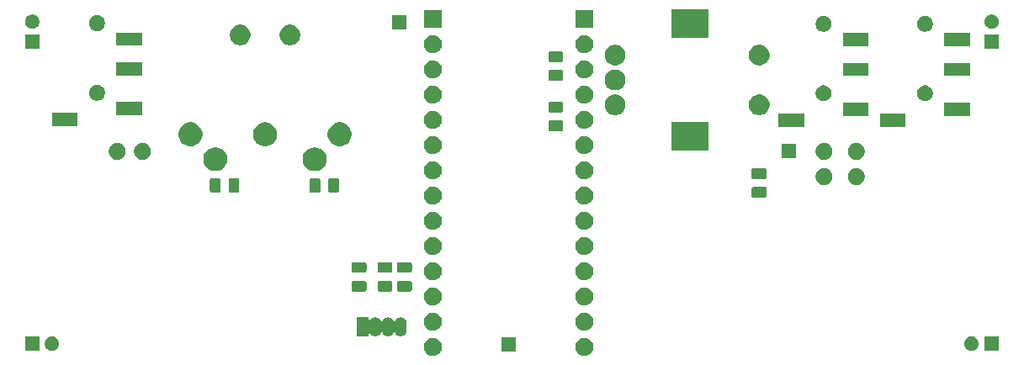
<source format=gbr>
G04 #@! TF.GenerationSoftware,KiCad,Pcbnew,(5.1.5)-3*
G04 #@! TF.CreationDate,2020-01-28T12:29:24+09:00*
G04 #@! TF.ProjectId,SchoolDesk,5363686f-6f6c-4446-9573-6b2e6b696361,rev?*
G04 #@! TF.SameCoordinates,Original*
G04 #@! TF.FileFunction,Soldermask,Top*
G04 #@! TF.FilePolarity,Negative*
%FSLAX46Y46*%
G04 Gerber Fmt 4.6, Leading zero omitted, Abs format (unit mm)*
G04 Created by KiCad (PCBNEW (5.1.5)-3) date 2020-01-28 12:29:24*
%MOMM*%
%LPD*%
G04 APERTURE LIST*
%ADD10C,0.100000*%
G04 APERTURE END LIST*
D10*
G36*
X82663512Y-184523927D02*
G01*
X82812812Y-184553624D01*
X82976784Y-184621544D01*
X83124354Y-184720147D01*
X83249853Y-184845646D01*
X83348456Y-184993216D01*
X83416376Y-185157188D01*
X83451000Y-185331259D01*
X83451000Y-185508741D01*
X83416376Y-185682812D01*
X83348456Y-185846784D01*
X83249853Y-185994354D01*
X83124354Y-186119853D01*
X82976784Y-186218456D01*
X82812812Y-186286376D01*
X82663512Y-186316073D01*
X82638742Y-186321000D01*
X82461258Y-186321000D01*
X82436488Y-186316073D01*
X82287188Y-186286376D01*
X82123216Y-186218456D01*
X81975646Y-186119853D01*
X81850147Y-185994354D01*
X81751544Y-185846784D01*
X81683624Y-185682812D01*
X81649000Y-185508741D01*
X81649000Y-185331259D01*
X81683624Y-185157188D01*
X81751544Y-184993216D01*
X81850147Y-184845646D01*
X81975646Y-184720147D01*
X82123216Y-184621544D01*
X82287188Y-184553624D01*
X82436488Y-184523927D01*
X82461258Y-184519000D01*
X82638742Y-184519000D01*
X82663512Y-184523927D01*
G37*
G36*
X67423512Y-184523927D02*
G01*
X67572812Y-184553624D01*
X67736784Y-184621544D01*
X67884354Y-184720147D01*
X68009853Y-184845646D01*
X68108456Y-184993216D01*
X68176376Y-185157188D01*
X68211000Y-185331259D01*
X68211000Y-185508741D01*
X68176376Y-185682812D01*
X68108456Y-185846784D01*
X68009853Y-185994354D01*
X67884354Y-186119853D01*
X67736784Y-186218456D01*
X67572812Y-186286376D01*
X67423512Y-186316073D01*
X67398742Y-186321000D01*
X67221258Y-186321000D01*
X67196488Y-186316073D01*
X67047188Y-186286376D01*
X66883216Y-186218456D01*
X66735646Y-186119853D01*
X66610147Y-185994354D01*
X66511544Y-185846784D01*
X66443624Y-185682812D01*
X66409000Y-185508741D01*
X66409000Y-185331259D01*
X66443624Y-185157188D01*
X66511544Y-184993216D01*
X66610147Y-184845646D01*
X66735646Y-184720147D01*
X66883216Y-184621544D01*
X67047188Y-184553624D01*
X67196488Y-184523927D01*
X67221258Y-184519000D01*
X67398742Y-184519000D01*
X67423512Y-184523927D01*
G37*
G36*
X75656000Y-185892000D02*
G01*
X74204000Y-185892000D01*
X74204000Y-184440000D01*
X75656000Y-184440000D01*
X75656000Y-185892000D01*
G37*
G36*
X121719266Y-184404399D02*
G01*
X121851388Y-184459126D01*
X121851390Y-184459127D01*
X121970298Y-184538579D01*
X122071421Y-184639702D01*
X122125173Y-184720148D01*
X122150874Y-184758612D01*
X122205601Y-184890734D01*
X122233500Y-185030994D01*
X122233500Y-185174006D01*
X122205601Y-185314266D01*
X122150874Y-185446388D01*
X122150873Y-185446390D01*
X122071421Y-185565298D01*
X121970298Y-185666421D01*
X121851390Y-185745873D01*
X121851389Y-185745874D01*
X121851388Y-185745874D01*
X121719266Y-185800601D01*
X121579006Y-185828500D01*
X121435994Y-185828500D01*
X121295734Y-185800601D01*
X121163612Y-185745874D01*
X121163611Y-185745874D01*
X121163610Y-185745873D01*
X121044702Y-185666421D01*
X120943579Y-185565298D01*
X120864127Y-185446390D01*
X120864126Y-185446388D01*
X120809399Y-185314266D01*
X120781500Y-185174006D01*
X120781500Y-185030994D01*
X120809399Y-184890734D01*
X120864126Y-184758612D01*
X120889827Y-184720148D01*
X120943579Y-184639702D01*
X121044702Y-184538579D01*
X121163610Y-184459127D01*
X121163612Y-184459126D01*
X121295734Y-184404399D01*
X121435994Y-184376500D01*
X121579006Y-184376500D01*
X121719266Y-184404399D01*
G37*
G36*
X124233500Y-185828500D02*
G01*
X122781500Y-185828500D01*
X122781500Y-184376500D01*
X124233500Y-184376500D01*
X124233500Y-185828500D01*
G37*
G36*
X29199266Y-184404399D02*
G01*
X29331388Y-184459126D01*
X29331390Y-184459127D01*
X29450298Y-184538579D01*
X29551421Y-184639702D01*
X29605173Y-184720148D01*
X29630874Y-184758612D01*
X29685601Y-184890734D01*
X29713500Y-185030994D01*
X29713500Y-185174006D01*
X29685601Y-185314266D01*
X29630874Y-185446388D01*
X29630873Y-185446390D01*
X29551421Y-185565298D01*
X29450298Y-185666421D01*
X29331390Y-185745873D01*
X29331389Y-185745874D01*
X29331388Y-185745874D01*
X29199266Y-185800601D01*
X29059006Y-185828500D01*
X28915994Y-185828500D01*
X28775734Y-185800601D01*
X28643612Y-185745874D01*
X28643611Y-185745874D01*
X28643610Y-185745873D01*
X28524702Y-185666421D01*
X28423579Y-185565298D01*
X28344127Y-185446390D01*
X28344126Y-185446388D01*
X28289399Y-185314266D01*
X28261500Y-185174006D01*
X28261500Y-185030994D01*
X28289399Y-184890734D01*
X28344126Y-184758612D01*
X28369827Y-184720148D01*
X28423579Y-184639702D01*
X28524702Y-184538579D01*
X28643610Y-184459127D01*
X28643612Y-184459126D01*
X28775734Y-184404399D01*
X28915994Y-184376500D01*
X29059006Y-184376500D01*
X29199266Y-184404399D01*
G37*
G36*
X27713500Y-185828500D02*
G01*
X26261500Y-185828500D01*
X26261500Y-184376500D01*
X27713500Y-184376500D01*
X27713500Y-185828500D01*
G37*
G36*
X64186375Y-182445479D02*
G01*
X64260016Y-182467818D01*
X64296837Y-182478987D01*
X64398639Y-182533402D01*
X64455727Y-182580253D01*
X64487869Y-182606631D01*
X64561098Y-182695861D01*
X64561099Y-182695863D01*
X64615513Y-182797662D01*
X64616024Y-182799347D01*
X64649021Y-182908124D01*
X64657500Y-182994215D01*
X64657500Y-183781785D01*
X64649021Y-183867876D01*
X64626682Y-183941517D01*
X64615513Y-183978338D01*
X64561098Y-184080140D01*
X64487870Y-184169370D01*
X64398640Y-184242598D01*
X64296838Y-184297013D01*
X64260017Y-184308182D01*
X64186376Y-184330521D01*
X64071500Y-184341835D01*
X63956625Y-184330521D01*
X63882984Y-184308182D01*
X63846163Y-184297013D01*
X63744361Y-184242598D01*
X63655131Y-184169370D01*
X63581902Y-184080138D01*
X63546740Y-184014355D01*
X63533127Y-183993980D01*
X63515800Y-183976653D01*
X63495425Y-183963040D01*
X63472786Y-183953662D01*
X63448753Y-183948882D01*
X63424249Y-183948882D01*
X63400216Y-183953662D01*
X63377577Y-183963040D01*
X63357202Y-183976653D01*
X63339875Y-183993980D01*
X63326262Y-184014354D01*
X63291098Y-184080140D01*
X63217870Y-184169370D01*
X63128640Y-184242598D01*
X63026838Y-184297013D01*
X62990017Y-184308182D01*
X62916376Y-184330521D01*
X62801500Y-184341835D01*
X62686625Y-184330521D01*
X62612984Y-184308182D01*
X62576163Y-184297013D01*
X62474361Y-184242598D01*
X62385131Y-184169370D01*
X62311902Y-184080138D01*
X62276740Y-184014355D01*
X62263127Y-183993980D01*
X62245800Y-183976653D01*
X62225425Y-183963040D01*
X62202786Y-183953662D01*
X62178753Y-183948882D01*
X62154249Y-183948882D01*
X62130216Y-183953662D01*
X62107577Y-183963040D01*
X62087202Y-183976653D01*
X62069875Y-183993980D01*
X62056262Y-184014354D01*
X62021098Y-184080140D01*
X61947870Y-184169370D01*
X61858640Y-184242598D01*
X61756838Y-184297013D01*
X61720017Y-184308182D01*
X61646376Y-184330521D01*
X61531500Y-184341835D01*
X61416625Y-184330521D01*
X61342984Y-184308182D01*
X61306163Y-184297013D01*
X61204361Y-184242598D01*
X61115131Y-184169370D01*
X61069125Y-184113310D01*
X61051798Y-184095983D01*
X61031424Y-184082369D01*
X61008785Y-184072992D01*
X60984752Y-184068211D01*
X60960248Y-184068211D01*
X60936214Y-184072991D01*
X60913576Y-184082368D01*
X60893201Y-184095982D01*
X60875874Y-184113309D01*
X60862260Y-184133683D01*
X60852883Y-184156322D01*
X60848102Y-184180355D01*
X60847500Y-184192608D01*
X60847500Y-184339000D01*
X59675500Y-184339000D01*
X59675500Y-182437000D01*
X60847500Y-182437000D01*
X60847500Y-182583392D01*
X60849902Y-182607778D01*
X60857015Y-182631227D01*
X60868566Y-182652838D01*
X60884111Y-182671780D01*
X60903053Y-182687325D01*
X60924664Y-182698876D01*
X60948113Y-182705989D01*
X60972499Y-182708391D01*
X60996885Y-182705989D01*
X61020334Y-182698876D01*
X61041945Y-182687325D01*
X61060887Y-182671780D01*
X61069125Y-182662690D01*
X61094946Y-182631227D01*
X61115131Y-182606631D01*
X61204361Y-182533402D01*
X61216007Y-182527177D01*
X61306162Y-182478987D01*
X61342983Y-182467818D01*
X61416624Y-182445479D01*
X61531500Y-182434165D01*
X61646375Y-182445479D01*
X61720016Y-182467818D01*
X61756837Y-182478987D01*
X61858639Y-182533402D01*
X61915727Y-182580253D01*
X61947869Y-182606631D01*
X62021098Y-182695861D01*
X62021101Y-182695865D01*
X62056261Y-182761645D01*
X62069874Y-182782020D01*
X62087201Y-182799347D01*
X62107576Y-182812960D01*
X62130215Y-182822338D01*
X62154248Y-182827118D01*
X62178752Y-182827118D01*
X62202785Y-182822338D01*
X62225424Y-182812960D01*
X62245799Y-182799347D01*
X62263126Y-182782020D01*
X62276739Y-182761646D01*
X62311902Y-182695861D01*
X62364946Y-182631227D01*
X62385131Y-182606631D01*
X62474361Y-182533402D01*
X62486007Y-182527177D01*
X62576162Y-182478987D01*
X62612983Y-182467818D01*
X62686624Y-182445479D01*
X62801500Y-182434165D01*
X62916375Y-182445479D01*
X62990016Y-182467818D01*
X63026837Y-182478987D01*
X63128639Y-182533402D01*
X63185727Y-182580253D01*
X63217869Y-182606631D01*
X63291098Y-182695861D01*
X63291101Y-182695865D01*
X63326261Y-182761645D01*
X63339874Y-182782020D01*
X63357201Y-182799347D01*
X63377576Y-182812960D01*
X63400215Y-182822338D01*
X63424248Y-182827118D01*
X63448752Y-182827118D01*
X63472785Y-182822338D01*
X63495424Y-182812960D01*
X63515799Y-182799347D01*
X63533126Y-182782020D01*
X63546739Y-182761646D01*
X63581902Y-182695861D01*
X63634946Y-182631227D01*
X63655131Y-182606631D01*
X63744361Y-182533402D01*
X63756007Y-182527177D01*
X63846162Y-182478987D01*
X63882983Y-182467818D01*
X63956624Y-182445479D01*
X64071500Y-182434165D01*
X64186375Y-182445479D01*
G37*
G36*
X67423512Y-181983927D02*
G01*
X67572812Y-182013624D01*
X67736784Y-182081544D01*
X67884354Y-182180147D01*
X68009853Y-182305646D01*
X68108456Y-182453216D01*
X68176376Y-182617188D01*
X68211000Y-182791259D01*
X68211000Y-182968741D01*
X68176376Y-183142812D01*
X68108456Y-183306784D01*
X68009853Y-183454354D01*
X67884354Y-183579853D01*
X67736784Y-183678456D01*
X67572812Y-183746376D01*
X67423512Y-183776073D01*
X67398742Y-183781000D01*
X67221258Y-183781000D01*
X67196488Y-183776073D01*
X67047188Y-183746376D01*
X66883216Y-183678456D01*
X66735646Y-183579853D01*
X66610147Y-183454354D01*
X66511544Y-183306784D01*
X66443624Y-183142812D01*
X66409000Y-182968741D01*
X66409000Y-182791259D01*
X66443624Y-182617188D01*
X66511544Y-182453216D01*
X66610147Y-182305646D01*
X66735646Y-182180147D01*
X66883216Y-182081544D01*
X67047188Y-182013624D01*
X67196488Y-181983927D01*
X67221258Y-181979000D01*
X67398742Y-181979000D01*
X67423512Y-181983927D01*
G37*
G36*
X82663512Y-181983927D02*
G01*
X82812812Y-182013624D01*
X82976784Y-182081544D01*
X83124354Y-182180147D01*
X83249853Y-182305646D01*
X83348456Y-182453216D01*
X83416376Y-182617188D01*
X83451000Y-182791259D01*
X83451000Y-182968741D01*
X83416376Y-183142812D01*
X83348456Y-183306784D01*
X83249853Y-183454354D01*
X83124354Y-183579853D01*
X82976784Y-183678456D01*
X82812812Y-183746376D01*
X82663512Y-183776073D01*
X82638742Y-183781000D01*
X82461258Y-183781000D01*
X82436488Y-183776073D01*
X82287188Y-183746376D01*
X82123216Y-183678456D01*
X81975646Y-183579853D01*
X81850147Y-183454354D01*
X81751544Y-183306784D01*
X81683624Y-183142812D01*
X81649000Y-182968741D01*
X81649000Y-182791259D01*
X81683624Y-182617188D01*
X81751544Y-182453216D01*
X81850147Y-182305646D01*
X81975646Y-182180147D01*
X82123216Y-182081544D01*
X82287188Y-182013624D01*
X82436488Y-181983927D01*
X82461258Y-181979000D01*
X82638742Y-181979000D01*
X82663512Y-181983927D01*
G37*
G36*
X67423512Y-179443927D02*
G01*
X67572812Y-179473624D01*
X67736784Y-179541544D01*
X67884354Y-179640147D01*
X68009853Y-179765646D01*
X68108456Y-179913216D01*
X68176376Y-180077188D01*
X68211000Y-180251259D01*
X68211000Y-180428741D01*
X68176376Y-180602812D01*
X68108456Y-180766784D01*
X68009853Y-180914354D01*
X67884354Y-181039853D01*
X67736784Y-181138456D01*
X67572812Y-181206376D01*
X67423512Y-181236073D01*
X67398742Y-181241000D01*
X67221258Y-181241000D01*
X67196488Y-181236073D01*
X67047188Y-181206376D01*
X66883216Y-181138456D01*
X66735646Y-181039853D01*
X66610147Y-180914354D01*
X66511544Y-180766784D01*
X66443624Y-180602812D01*
X66409000Y-180428741D01*
X66409000Y-180251259D01*
X66443624Y-180077188D01*
X66511544Y-179913216D01*
X66610147Y-179765646D01*
X66735646Y-179640147D01*
X66883216Y-179541544D01*
X67047188Y-179473624D01*
X67196488Y-179443927D01*
X67221258Y-179439000D01*
X67398742Y-179439000D01*
X67423512Y-179443927D01*
G37*
G36*
X82663512Y-179443927D02*
G01*
X82812812Y-179473624D01*
X82976784Y-179541544D01*
X83124354Y-179640147D01*
X83249853Y-179765646D01*
X83348456Y-179913216D01*
X83416376Y-180077188D01*
X83451000Y-180251259D01*
X83451000Y-180428741D01*
X83416376Y-180602812D01*
X83348456Y-180766784D01*
X83249853Y-180914354D01*
X83124354Y-181039853D01*
X82976784Y-181138456D01*
X82812812Y-181206376D01*
X82663512Y-181236073D01*
X82638742Y-181241000D01*
X82461258Y-181241000D01*
X82436488Y-181236073D01*
X82287188Y-181206376D01*
X82123216Y-181138456D01*
X81975646Y-181039853D01*
X81850147Y-180914354D01*
X81751544Y-180766784D01*
X81683624Y-180602812D01*
X81649000Y-180428741D01*
X81649000Y-180251259D01*
X81683624Y-180077188D01*
X81751544Y-179913216D01*
X81850147Y-179765646D01*
X81975646Y-179640147D01*
X82123216Y-179541544D01*
X82287188Y-179473624D01*
X82436488Y-179443927D01*
X82461258Y-179439000D01*
X82638742Y-179439000D01*
X82663512Y-179443927D01*
G37*
G36*
X65036968Y-178775065D02*
G01*
X65075638Y-178786796D01*
X65111277Y-178805846D01*
X65142517Y-178831483D01*
X65168154Y-178862723D01*
X65187204Y-178898362D01*
X65198935Y-178937032D01*
X65203500Y-178983388D01*
X65203500Y-179634612D01*
X65198935Y-179680968D01*
X65187204Y-179719638D01*
X65168154Y-179755277D01*
X65142517Y-179786517D01*
X65111277Y-179812154D01*
X65075638Y-179831204D01*
X65036968Y-179842935D01*
X64990612Y-179847500D01*
X63914388Y-179847500D01*
X63868032Y-179842935D01*
X63829362Y-179831204D01*
X63793723Y-179812154D01*
X63762483Y-179786517D01*
X63736846Y-179755277D01*
X63717796Y-179719638D01*
X63706065Y-179680968D01*
X63701500Y-179634612D01*
X63701500Y-178983388D01*
X63706065Y-178937032D01*
X63717796Y-178898362D01*
X63736846Y-178862723D01*
X63762483Y-178831483D01*
X63793723Y-178805846D01*
X63829362Y-178786796D01*
X63868032Y-178775065D01*
X63914388Y-178770500D01*
X64990612Y-178770500D01*
X65036968Y-178775065D01*
G37*
G36*
X63068468Y-178775065D02*
G01*
X63107138Y-178786796D01*
X63142777Y-178805846D01*
X63174017Y-178831483D01*
X63199654Y-178862723D01*
X63218704Y-178898362D01*
X63230435Y-178937032D01*
X63235000Y-178983388D01*
X63235000Y-179634612D01*
X63230435Y-179680968D01*
X63218704Y-179719638D01*
X63199654Y-179755277D01*
X63174017Y-179786517D01*
X63142777Y-179812154D01*
X63107138Y-179831204D01*
X63068468Y-179842935D01*
X63022112Y-179847500D01*
X61945888Y-179847500D01*
X61899532Y-179842935D01*
X61860862Y-179831204D01*
X61825223Y-179812154D01*
X61793983Y-179786517D01*
X61768346Y-179755277D01*
X61749296Y-179719638D01*
X61737565Y-179680968D01*
X61733000Y-179634612D01*
X61733000Y-178983388D01*
X61737565Y-178937032D01*
X61749296Y-178898362D01*
X61768346Y-178862723D01*
X61793983Y-178831483D01*
X61825223Y-178805846D01*
X61860862Y-178786796D01*
X61899532Y-178775065D01*
X61945888Y-178770500D01*
X63022112Y-178770500D01*
X63068468Y-178775065D01*
G37*
G36*
X60464968Y-178775065D02*
G01*
X60503638Y-178786796D01*
X60539277Y-178805846D01*
X60570517Y-178831483D01*
X60596154Y-178862723D01*
X60615204Y-178898362D01*
X60626935Y-178937032D01*
X60631500Y-178983388D01*
X60631500Y-179634612D01*
X60626935Y-179680968D01*
X60615204Y-179719638D01*
X60596154Y-179755277D01*
X60570517Y-179786517D01*
X60539277Y-179812154D01*
X60503638Y-179831204D01*
X60464968Y-179842935D01*
X60418612Y-179847500D01*
X59342388Y-179847500D01*
X59296032Y-179842935D01*
X59257362Y-179831204D01*
X59221723Y-179812154D01*
X59190483Y-179786517D01*
X59164846Y-179755277D01*
X59145796Y-179719638D01*
X59134065Y-179680968D01*
X59129500Y-179634612D01*
X59129500Y-178983388D01*
X59134065Y-178937032D01*
X59145796Y-178898362D01*
X59164846Y-178862723D01*
X59190483Y-178831483D01*
X59221723Y-178805846D01*
X59257362Y-178786796D01*
X59296032Y-178775065D01*
X59342388Y-178770500D01*
X60418612Y-178770500D01*
X60464968Y-178775065D01*
G37*
G36*
X67423512Y-176903927D02*
G01*
X67572812Y-176933624D01*
X67736784Y-177001544D01*
X67884354Y-177100147D01*
X68009853Y-177225646D01*
X68108456Y-177373216D01*
X68176376Y-177537188D01*
X68211000Y-177711259D01*
X68211000Y-177888741D01*
X68176376Y-178062812D01*
X68108456Y-178226784D01*
X68009853Y-178374354D01*
X67884354Y-178499853D01*
X67736784Y-178598456D01*
X67572812Y-178666376D01*
X67423512Y-178696073D01*
X67398742Y-178701000D01*
X67221258Y-178701000D01*
X67196488Y-178696073D01*
X67047188Y-178666376D01*
X66883216Y-178598456D01*
X66735646Y-178499853D01*
X66610147Y-178374354D01*
X66511544Y-178226784D01*
X66443624Y-178062812D01*
X66409000Y-177888741D01*
X66409000Y-177711259D01*
X66443624Y-177537188D01*
X66511544Y-177373216D01*
X66610147Y-177225646D01*
X66735646Y-177100147D01*
X66883216Y-177001544D01*
X67047188Y-176933624D01*
X67196488Y-176903927D01*
X67221258Y-176899000D01*
X67398742Y-176899000D01*
X67423512Y-176903927D01*
G37*
G36*
X82663512Y-176903927D02*
G01*
X82812812Y-176933624D01*
X82976784Y-177001544D01*
X83124354Y-177100147D01*
X83249853Y-177225646D01*
X83348456Y-177373216D01*
X83416376Y-177537188D01*
X83451000Y-177711259D01*
X83451000Y-177888741D01*
X83416376Y-178062812D01*
X83348456Y-178226784D01*
X83249853Y-178374354D01*
X83124354Y-178499853D01*
X82976784Y-178598456D01*
X82812812Y-178666376D01*
X82663512Y-178696073D01*
X82638742Y-178701000D01*
X82461258Y-178701000D01*
X82436488Y-178696073D01*
X82287188Y-178666376D01*
X82123216Y-178598456D01*
X81975646Y-178499853D01*
X81850147Y-178374354D01*
X81751544Y-178226784D01*
X81683624Y-178062812D01*
X81649000Y-177888741D01*
X81649000Y-177711259D01*
X81683624Y-177537188D01*
X81751544Y-177373216D01*
X81850147Y-177225646D01*
X81975646Y-177100147D01*
X82123216Y-177001544D01*
X82287188Y-176933624D01*
X82436488Y-176903927D01*
X82461258Y-176899000D01*
X82638742Y-176899000D01*
X82663512Y-176903927D01*
G37*
G36*
X60464968Y-176900065D02*
G01*
X60503638Y-176911796D01*
X60539277Y-176930846D01*
X60570517Y-176956483D01*
X60596154Y-176987723D01*
X60615204Y-177023362D01*
X60626935Y-177062032D01*
X60631500Y-177108388D01*
X60631500Y-177759612D01*
X60626935Y-177805968D01*
X60615204Y-177844638D01*
X60596154Y-177880277D01*
X60570517Y-177911517D01*
X60539277Y-177937154D01*
X60503638Y-177956204D01*
X60464968Y-177967935D01*
X60418612Y-177972500D01*
X59342388Y-177972500D01*
X59296032Y-177967935D01*
X59257362Y-177956204D01*
X59221723Y-177937154D01*
X59190483Y-177911517D01*
X59164846Y-177880277D01*
X59145796Y-177844638D01*
X59134065Y-177805968D01*
X59129500Y-177759612D01*
X59129500Y-177108388D01*
X59134065Y-177062032D01*
X59145796Y-177023362D01*
X59164846Y-176987723D01*
X59190483Y-176956483D01*
X59221723Y-176930846D01*
X59257362Y-176911796D01*
X59296032Y-176900065D01*
X59342388Y-176895500D01*
X60418612Y-176895500D01*
X60464968Y-176900065D01*
G37*
G36*
X65036968Y-176900065D02*
G01*
X65075638Y-176911796D01*
X65111277Y-176930846D01*
X65142517Y-176956483D01*
X65168154Y-176987723D01*
X65187204Y-177023362D01*
X65198935Y-177062032D01*
X65203500Y-177108388D01*
X65203500Y-177759612D01*
X65198935Y-177805968D01*
X65187204Y-177844638D01*
X65168154Y-177880277D01*
X65142517Y-177911517D01*
X65111277Y-177937154D01*
X65075638Y-177956204D01*
X65036968Y-177967935D01*
X64990612Y-177972500D01*
X63914388Y-177972500D01*
X63868032Y-177967935D01*
X63829362Y-177956204D01*
X63793723Y-177937154D01*
X63762483Y-177911517D01*
X63736846Y-177880277D01*
X63717796Y-177844638D01*
X63706065Y-177805968D01*
X63701500Y-177759612D01*
X63701500Y-177108388D01*
X63706065Y-177062032D01*
X63717796Y-177023362D01*
X63736846Y-176987723D01*
X63762483Y-176956483D01*
X63793723Y-176930846D01*
X63829362Y-176911796D01*
X63868032Y-176900065D01*
X63914388Y-176895500D01*
X64990612Y-176895500D01*
X65036968Y-176900065D01*
G37*
G36*
X63068468Y-176900065D02*
G01*
X63107138Y-176911796D01*
X63142777Y-176930846D01*
X63174017Y-176956483D01*
X63199654Y-176987723D01*
X63218704Y-177023362D01*
X63230435Y-177062032D01*
X63235000Y-177108388D01*
X63235000Y-177759612D01*
X63230435Y-177805968D01*
X63218704Y-177844638D01*
X63199654Y-177880277D01*
X63174017Y-177911517D01*
X63142777Y-177937154D01*
X63107138Y-177956204D01*
X63068468Y-177967935D01*
X63022112Y-177972500D01*
X61945888Y-177972500D01*
X61899532Y-177967935D01*
X61860862Y-177956204D01*
X61825223Y-177937154D01*
X61793983Y-177911517D01*
X61768346Y-177880277D01*
X61749296Y-177844638D01*
X61737565Y-177805968D01*
X61733000Y-177759612D01*
X61733000Y-177108388D01*
X61737565Y-177062032D01*
X61749296Y-177023362D01*
X61768346Y-176987723D01*
X61793983Y-176956483D01*
X61825223Y-176930846D01*
X61860862Y-176911796D01*
X61899532Y-176900065D01*
X61945888Y-176895500D01*
X63022112Y-176895500D01*
X63068468Y-176900065D01*
G37*
G36*
X67423512Y-174363927D02*
G01*
X67572812Y-174393624D01*
X67736784Y-174461544D01*
X67884354Y-174560147D01*
X68009853Y-174685646D01*
X68108456Y-174833216D01*
X68176376Y-174997188D01*
X68211000Y-175171259D01*
X68211000Y-175348741D01*
X68176376Y-175522812D01*
X68108456Y-175686784D01*
X68009853Y-175834354D01*
X67884354Y-175959853D01*
X67736784Y-176058456D01*
X67572812Y-176126376D01*
X67423512Y-176156073D01*
X67398742Y-176161000D01*
X67221258Y-176161000D01*
X67196488Y-176156073D01*
X67047188Y-176126376D01*
X66883216Y-176058456D01*
X66735646Y-175959853D01*
X66610147Y-175834354D01*
X66511544Y-175686784D01*
X66443624Y-175522812D01*
X66409000Y-175348741D01*
X66409000Y-175171259D01*
X66443624Y-174997188D01*
X66511544Y-174833216D01*
X66610147Y-174685646D01*
X66735646Y-174560147D01*
X66883216Y-174461544D01*
X67047188Y-174393624D01*
X67196488Y-174363927D01*
X67221258Y-174359000D01*
X67398742Y-174359000D01*
X67423512Y-174363927D01*
G37*
G36*
X82663512Y-174363927D02*
G01*
X82812812Y-174393624D01*
X82976784Y-174461544D01*
X83124354Y-174560147D01*
X83249853Y-174685646D01*
X83348456Y-174833216D01*
X83416376Y-174997188D01*
X83451000Y-175171259D01*
X83451000Y-175348741D01*
X83416376Y-175522812D01*
X83348456Y-175686784D01*
X83249853Y-175834354D01*
X83124354Y-175959853D01*
X82976784Y-176058456D01*
X82812812Y-176126376D01*
X82663512Y-176156073D01*
X82638742Y-176161000D01*
X82461258Y-176161000D01*
X82436488Y-176156073D01*
X82287188Y-176126376D01*
X82123216Y-176058456D01*
X81975646Y-175959853D01*
X81850147Y-175834354D01*
X81751544Y-175686784D01*
X81683624Y-175522812D01*
X81649000Y-175348741D01*
X81649000Y-175171259D01*
X81683624Y-174997188D01*
X81751544Y-174833216D01*
X81850147Y-174685646D01*
X81975646Y-174560147D01*
X82123216Y-174461544D01*
X82287188Y-174393624D01*
X82436488Y-174363927D01*
X82461258Y-174359000D01*
X82638742Y-174359000D01*
X82663512Y-174363927D01*
G37*
G36*
X82663512Y-171823927D02*
G01*
X82812812Y-171853624D01*
X82976784Y-171921544D01*
X83124354Y-172020147D01*
X83249853Y-172145646D01*
X83348456Y-172293216D01*
X83416376Y-172457188D01*
X83451000Y-172631259D01*
X83451000Y-172808741D01*
X83416376Y-172982812D01*
X83348456Y-173146784D01*
X83249853Y-173294354D01*
X83124354Y-173419853D01*
X82976784Y-173518456D01*
X82812812Y-173586376D01*
X82663512Y-173616073D01*
X82638742Y-173621000D01*
X82461258Y-173621000D01*
X82436488Y-173616073D01*
X82287188Y-173586376D01*
X82123216Y-173518456D01*
X81975646Y-173419853D01*
X81850147Y-173294354D01*
X81751544Y-173146784D01*
X81683624Y-172982812D01*
X81649000Y-172808741D01*
X81649000Y-172631259D01*
X81683624Y-172457188D01*
X81751544Y-172293216D01*
X81850147Y-172145646D01*
X81975646Y-172020147D01*
X82123216Y-171921544D01*
X82287188Y-171853624D01*
X82436488Y-171823927D01*
X82461258Y-171819000D01*
X82638742Y-171819000D01*
X82663512Y-171823927D01*
G37*
G36*
X67423512Y-171823927D02*
G01*
X67572812Y-171853624D01*
X67736784Y-171921544D01*
X67884354Y-172020147D01*
X68009853Y-172145646D01*
X68108456Y-172293216D01*
X68176376Y-172457188D01*
X68211000Y-172631259D01*
X68211000Y-172808741D01*
X68176376Y-172982812D01*
X68108456Y-173146784D01*
X68009853Y-173294354D01*
X67884354Y-173419853D01*
X67736784Y-173518456D01*
X67572812Y-173586376D01*
X67423512Y-173616073D01*
X67398742Y-173621000D01*
X67221258Y-173621000D01*
X67196488Y-173616073D01*
X67047188Y-173586376D01*
X66883216Y-173518456D01*
X66735646Y-173419853D01*
X66610147Y-173294354D01*
X66511544Y-173146784D01*
X66443624Y-172982812D01*
X66409000Y-172808741D01*
X66409000Y-172631259D01*
X66443624Y-172457188D01*
X66511544Y-172293216D01*
X66610147Y-172145646D01*
X66735646Y-172020147D01*
X66883216Y-171921544D01*
X67047188Y-171853624D01*
X67196488Y-171823927D01*
X67221258Y-171819000D01*
X67398742Y-171819000D01*
X67423512Y-171823927D01*
G37*
G36*
X82663512Y-169283927D02*
G01*
X82812812Y-169313624D01*
X82976784Y-169381544D01*
X83124354Y-169480147D01*
X83249853Y-169605646D01*
X83348456Y-169753216D01*
X83416376Y-169917188D01*
X83451000Y-170091259D01*
X83451000Y-170268741D01*
X83416376Y-170442812D01*
X83348456Y-170606784D01*
X83249853Y-170754354D01*
X83124354Y-170879853D01*
X82976784Y-170978456D01*
X82812812Y-171046376D01*
X82663512Y-171076073D01*
X82638742Y-171081000D01*
X82461258Y-171081000D01*
X82436488Y-171076073D01*
X82287188Y-171046376D01*
X82123216Y-170978456D01*
X81975646Y-170879853D01*
X81850147Y-170754354D01*
X81751544Y-170606784D01*
X81683624Y-170442812D01*
X81649000Y-170268741D01*
X81649000Y-170091259D01*
X81683624Y-169917188D01*
X81751544Y-169753216D01*
X81850147Y-169605646D01*
X81975646Y-169480147D01*
X82123216Y-169381544D01*
X82287188Y-169313624D01*
X82436488Y-169283927D01*
X82461258Y-169279000D01*
X82638742Y-169279000D01*
X82663512Y-169283927D01*
G37*
G36*
X67423512Y-169283927D02*
G01*
X67572812Y-169313624D01*
X67736784Y-169381544D01*
X67884354Y-169480147D01*
X68009853Y-169605646D01*
X68108456Y-169753216D01*
X68176376Y-169917188D01*
X68211000Y-170091259D01*
X68211000Y-170268741D01*
X68176376Y-170442812D01*
X68108456Y-170606784D01*
X68009853Y-170754354D01*
X67884354Y-170879853D01*
X67736784Y-170978456D01*
X67572812Y-171046376D01*
X67423512Y-171076073D01*
X67398742Y-171081000D01*
X67221258Y-171081000D01*
X67196488Y-171076073D01*
X67047188Y-171046376D01*
X66883216Y-170978456D01*
X66735646Y-170879853D01*
X66610147Y-170754354D01*
X66511544Y-170606784D01*
X66443624Y-170442812D01*
X66409000Y-170268741D01*
X66409000Y-170091259D01*
X66443624Y-169917188D01*
X66511544Y-169753216D01*
X66610147Y-169605646D01*
X66735646Y-169480147D01*
X66883216Y-169381544D01*
X67047188Y-169313624D01*
X67196488Y-169283927D01*
X67221258Y-169279000D01*
X67398742Y-169279000D01*
X67423512Y-169283927D01*
G37*
G36*
X100723968Y-169313565D02*
G01*
X100762638Y-169325296D01*
X100798277Y-169344346D01*
X100829517Y-169369983D01*
X100855154Y-169401223D01*
X100874204Y-169436862D01*
X100885935Y-169475532D01*
X100890500Y-169521888D01*
X100890500Y-170173112D01*
X100885935Y-170219468D01*
X100874204Y-170258138D01*
X100855154Y-170293777D01*
X100829517Y-170325017D01*
X100798277Y-170350654D01*
X100762638Y-170369704D01*
X100723968Y-170381435D01*
X100677612Y-170386000D01*
X99601388Y-170386000D01*
X99555032Y-170381435D01*
X99516362Y-170369704D01*
X99480723Y-170350654D01*
X99449483Y-170325017D01*
X99423846Y-170293777D01*
X99404796Y-170258138D01*
X99393065Y-170219468D01*
X99388500Y-170173112D01*
X99388500Y-169521888D01*
X99393065Y-169475532D01*
X99404796Y-169436862D01*
X99423846Y-169401223D01*
X99449483Y-169369983D01*
X99480723Y-169344346D01*
X99516362Y-169325296D01*
X99555032Y-169313565D01*
X99601388Y-169309000D01*
X100677612Y-169309000D01*
X100723968Y-169313565D01*
G37*
G36*
X57697468Y-168417565D02*
G01*
X57736138Y-168429296D01*
X57771777Y-168448346D01*
X57803017Y-168473983D01*
X57828654Y-168505223D01*
X57847704Y-168540862D01*
X57859435Y-168579532D01*
X57864000Y-168625888D01*
X57864000Y-169702112D01*
X57859435Y-169748468D01*
X57847704Y-169787138D01*
X57828654Y-169822777D01*
X57803017Y-169854017D01*
X57771777Y-169879654D01*
X57736138Y-169898704D01*
X57697468Y-169910435D01*
X57651112Y-169915000D01*
X56999888Y-169915000D01*
X56953532Y-169910435D01*
X56914862Y-169898704D01*
X56879223Y-169879654D01*
X56847983Y-169854017D01*
X56822346Y-169822777D01*
X56803296Y-169787138D01*
X56791565Y-169748468D01*
X56787000Y-169702112D01*
X56787000Y-168625888D01*
X56791565Y-168579532D01*
X56803296Y-168540862D01*
X56822346Y-168505223D01*
X56847983Y-168473983D01*
X56879223Y-168448346D01*
X56914862Y-168429296D01*
X56953532Y-168417565D01*
X56999888Y-168413000D01*
X57651112Y-168413000D01*
X57697468Y-168417565D01*
G37*
G36*
X55822468Y-168417565D02*
G01*
X55861138Y-168429296D01*
X55896777Y-168448346D01*
X55928017Y-168473983D01*
X55953654Y-168505223D01*
X55972704Y-168540862D01*
X55984435Y-168579532D01*
X55989000Y-168625888D01*
X55989000Y-169702112D01*
X55984435Y-169748468D01*
X55972704Y-169787138D01*
X55953654Y-169822777D01*
X55928017Y-169854017D01*
X55896777Y-169879654D01*
X55861138Y-169898704D01*
X55822468Y-169910435D01*
X55776112Y-169915000D01*
X55124888Y-169915000D01*
X55078532Y-169910435D01*
X55039862Y-169898704D01*
X55004223Y-169879654D01*
X54972983Y-169854017D01*
X54947346Y-169822777D01*
X54928296Y-169787138D01*
X54916565Y-169748468D01*
X54912000Y-169702112D01*
X54912000Y-168625888D01*
X54916565Y-168579532D01*
X54928296Y-168540862D01*
X54947346Y-168505223D01*
X54972983Y-168473983D01*
X55004223Y-168448346D01*
X55039862Y-168429296D01*
X55078532Y-168417565D01*
X55124888Y-168413000D01*
X55776112Y-168413000D01*
X55822468Y-168417565D01*
G37*
G36*
X47664468Y-168417565D02*
G01*
X47703138Y-168429296D01*
X47738777Y-168448346D01*
X47770017Y-168473983D01*
X47795654Y-168505223D01*
X47814704Y-168540862D01*
X47826435Y-168579532D01*
X47831000Y-168625888D01*
X47831000Y-169702112D01*
X47826435Y-169748468D01*
X47814704Y-169787138D01*
X47795654Y-169822777D01*
X47770017Y-169854017D01*
X47738777Y-169879654D01*
X47703138Y-169898704D01*
X47664468Y-169910435D01*
X47618112Y-169915000D01*
X46966888Y-169915000D01*
X46920532Y-169910435D01*
X46881862Y-169898704D01*
X46846223Y-169879654D01*
X46814983Y-169854017D01*
X46789346Y-169822777D01*
X46770296Y-169787138D01*
X46758565Y-169748468D01*
X46754000Y-169702112D01*
X46754000Y-168625888D01*
X46758565Y-168579532D01*
X46770296Y-168540862D01*
X46789346Y-168505223D01*
X46814983Y-168473983D01*
X46846223Y-168448346D01*
X46881862Y-168429296D01*
X46920532Y-168417565D01*
X46966888Y-168413000D01*
X47618112Y-168413000D01*
X47664468Y-168417565D01*
G37*
G36*
X45789468Y-168417565D02*
G01*
X45828138Y-168429296D01*
X45863777Y-168448346D01*
X45895017Y-168473983D01*
X45920654Y-168505223D01*
X45939704Y-168540862D01*
X45951435Y-168579532D01*
X45956000Y-168625888D01*
X45956000Y-169702112D01*
X45951435Y-169748468D01*
X45939704Y-169787138D01*
X45920654Y-169822777D01*
X45895017Y-169854017D01*
X45863777Y-169879654D01*
X45828138Y-169898704D01*
X45789468Y-169910435D01*
X45743112Y-169915000D01*
X45091888Y-169915000D01*
X45045532Y-169910435D01*
X45006862Y-169898704D01*
X44971223Y-169879654D01*
X44939983Y-169854017D01*
X44914346Y-169822777D01*
X44895296Y-169787138D01*
X44883565Y-169748468D01*
X44879000Y-169702112D01*
X44879000Y-168625888D01*
X44883565Y-168579532D01*
X44895296Y-168540862D01*
X44914346Y-168505223D01*
X44939983Y-168473983D01*
X44971223Y-168448346D01*
X45006862Y-168429296D01*
X45045532Y-168417565D01*
X45091888Y-168413000D01*
X45743112Y-168413000D01*
X45789468Y-168417565D01*
G37*
G36*
X106928228Y-167456703D02*
G01*
X107083100Y-167520853D01*
X107222481Y-167613985D01*
X107341015Y-167732519D01*
X107434147Y-167871900D01*
X107498297Y-168026772D01*
X107531000Y-168191184D01*
X107531000Y-168358816D01*
X107498297Y-168523228D01*
X107434147Y-168678100D01*
X107341015Y-168817481D01*
X107222481Y-168936015D01*
X107083100Y-169029147D01*
X106928228Y-169093297D01*
X106763816Y-169126000D01*
X106596184Y-169126000D01*
X106431772Y-169093297D01*
X106276900Y-169029147D01*
X106137519Y-168936015D01*
X106018985Y-168817481D01*
X105925853Y-168678100D01*
X105861703Y-168523228D01*
X105829000Y-168358816D01*
X105829000Y-168191184D01*
X105861703Y-168026772D01*
X105925853Y-167871900D01*
X106018985Y-167732519D01*
X106137519Y-167613985D01*
X106276900Y-167520853D01*
X106431772Y-167456703D01*
X106596184Y-167424000D01*
X106763816Y-167424000D01*
X106928228Y-167456703D01*
G37*
G36*
X110166728Y-167456703D02*
G01*
X110321600Y-167520853D01*
X110460981Y-167613985D01*
X110579515Y-167732519D01*
X110672647Y-167871900D01*
X110736797Y-168026772D01*
X110769500Y-168191184D01*
X110769500Y-168358816D01*
X110736797Y-168523228D01*
X110672647Y-168678100D01*
X110579515Y-168817481D01*
X110460981Y-168936015D01*
X110321600Y-169029147D01*
X110166728Y-169093297D01*
X110002316Y-169126000D01*
X109834684Y-169126000D01*
X109670272Y-169093297D01*
X109515400Y-169029147D01*
X109376019Y-168936015D01*
X109257485Y-168817481D01*
X109164353Y-168678100D01*
X109100203Y-168523228D01*
X109067500Y-168358816D01*
X109067500Y-168191184D01*
X109100203Y-168026772D01*
X109164353Y-167871900D01*
X109257485Y-167732519D01*
X109376019Y-167613985D01*
X109515400Y-167520853D01*
X109670272Y-167456703D01*
X109834684Y-167424000D01*
X110002316Y-167424000D01*
X110166728Y-167456703D01*
G37*
G36*
X82663512Y-166743927D02*
G01*
X82812812Y-166773624D01*
X82976784Y-166841544D01*
X83124354Y-166940147D01*
X83249853Y-167065646D01*
X83348456Y-167213216D01*
X83416376Y-167377188D01*
X83451000Y-167551259D01*
X83451000Y-167728741D01*
X83416376Y-167902812D01*
X83348456Y-168066784D01*
X83249853Y-168214354D01*
X83124354Y-168339853D01*
X82976784Y-168438456D01*
X82812812Y-168506376D01*
X82663512Y-168536073D01*
X82638742Y-168541000D01*
X82461258Y-168541000D01*
X82436488Y-168536073D01*
X82287188Y-168506376D01*
X82123216Y-168438456D01*
X81975646Y-168339853D01*
X81850147Y-168214354D01*
X81751544Y-168066784D01*
X81683624Y-167902812D01*
X81649000Y-167728741D01*
X81649000Y-167551259D01*
X81683624Y-167377188D01*
X81751544Y-167213216D01*
X81850147Y-167065646D01*
X81975646Y-166940147D01*
X82123216Y-166841544D01*
X82287188Y-166773624D01*
X82436488Y-166743927D01*
X82461258Y-166739000D01*
X82638742Y-166739000D01*
X82663512Y-166743927D01*
G37*
G36*
X67423512Y-166743927D02*
G01*
X67572812Y-166773624D01*
X67736784Y-166841544D01*
X67884354Y-166940147D01*
X68009853Y-167065646D01*
X68108456Y-167213216D01*
X68176376Y-167377188D01*
X68211000Y-167551259D01*
X68211000Y-167728741D01*
X68176376Y-167902812D01*
X68108456Y-168066784D01*
X68009853Y-168214354D01*
X67884354Y-168339853D01*
X67736784Y-168438456D01*
X67572812Y-168506376D01*
X67423512Y-168536073D01*
X67398742Y-168541000D01*
X67221258Y-168541000D01*
X67196488Y-168536073D01*
X67047188Y-168506376D01*
X66883216Y-168438456D01*
X66735646Y-168339853D01*
X66610147Y-168214354D01*
X66511544Y-168066784D01*
X66443624Y-167902812D01*
X66409000Y-167728741D01*
X66409000Y-167551259D01*
X66443624Y-167377188D01*
X66511544Y-167213216D01*
X66610147Y-167065646D01*
X66735646Y-166940147D01*
X66883216Y-166841544D01*
X67047188Y-166773624D01*
X67196488Y-166743927D01*
X67221258Y-166739000D01*
X67398742Y-166739000D01*
X67423512Y-166743927D01*
G37*
G36*
X100723968Y-167438565D02*
G01*
X100762638Y-167450296D01*
X100798277Y-167469346D01*
X100829517Y-167494983D01*
X100855154Y-167526223D01*
X100874204Y-167561862D01*
X100885935Y-167600532D01*
X100890500Y-167646888D01*
X100890500Y-168298112D01*
X100885935Y-168344468D01*
X100874204Y-168383138D01*
X100855154Y-168418777D01*
X100829517Y-168450017D01*
X100798277Y-168475654D01*
X100762638Y-168494704D01*
X100723968Y-168506435D01*
X100677612Y-168511000D01*
X99601388Y-168511000D01*
X99555032Y-168506435D01*
X99516362Y-168494704D01*
X99480723Y-168475654D01*
X99449483Y-168450017D01*
X99423846Y-168418777D01*
X99404796Y-168383138D01*
X99393065Y-168344468D01*
X99388500Y-168298112D01*
X99388500Y-167646888D01*
X99393065Y-167600532D01*
X99404796Y-167561862D01*
X99423846Y-167526223D01*
X99449483Y-167494983D01*
X99480723Y-167469346D01*
X99516362Y-167450296D01*
X99555032Y-167438565D01*
X99601388Y-167434000D01*
X100677612Y-167434000D01*
X100723968Y-167438565D01*
G37*
G36*
X55776318Y-165365653D02*
G01*
X55994885Y-165456187D01*
X55994887Y-165456188D01*
X56191593Y-165587622D01*
X56358878Y-165754907D01*
X56490312Y-165951613D01*
X56490313Y-165951615D01*
X56580847Y-166170182D01*
X56627000Y-166402210D01*
X56627000Y-166638790D01*
X56580847Y-166870818D01*
X56490313Y-167089385D01*
X56490312Y-167089387D01*
X56358878Y-167286093D01*
X56191593Y-167453378D01*
X55994887Y-167584812D01*
X55994886Y-167584813D01*
X55994885Y-167584813D01*
X55776318Y-167675347D01*
X55544290Y-167721500D01*
X55307710Y-167721500D01*
X55075682Y-167675347D01*
X54857115Y-167584813D01*
X54857114Y-167584813D01*
X54857113Y-167584812D01*
X54660407Y-167453378D01*
X54493122Y-167286093D01*
X54361688Y-167089387D01*
X54361687Y-167089385D01*
X54271153Y-166870818D01*
X54225000Y-166638790D01*
X54225000Y-166402210D01*
X54271153Y-166170182D01*
X54361687Y-165951615D01*
X54361688Y-165951613D01*
X54493122Y-165754907D01*
X54660407Y-165587622D01*
X54857113Y-165456188D01*
X54857115Y-165456187D01*
X55075682Y-165365653D01*
X55307710Y-165319500D01*
X55544290Y-165319500D01*
X55776318Y-165365653D01*
G37*
G36*
X45776318Y-165365653D02*
G01*
X45994885Y-165456187D01*
X45994887Y-165456188D01*
X46191593Y-165587622D01*
X46358878Y-165754907D01*
X46490312Y-165951613D01*
X46490313Y-165951615D01*
X46580847Y-166170182D01*
X46627000Y-166402210D01*
X46627000Y-166638790D01*
X46580847Y-166870818D01*
X46490313Y-167089385D01*
X46490312Y-167089387D01*
X46358878Y-167286093D01*
X46191593Y-167453378D01*
X45994887Y-167584812D01*
X45994886Y-167584813D01*
X45994885Y-167584813D01*
X45776318Y-167675347D01*
X45544290Y-167721500D01*
X45307710Y-167721500D01*
X45075682Y-167675347D01*
X44857115Y-167584813D01*
X44857114Y-167584813D01*
X44857113Y-167584812D01*
X44660407Y-167453378D01*
X44493122Y-167286093D01*
X44361688Y-167089387D01*
X44361687Y-167089385D01*
X44271153Y-166870818D01*
X44225000Y-166638790D01*
X44225000Y-166402210D01*
X44271153Y-166170182D01*
X44361687Y-165951615D01*
X44361688Y-165951613D01*
X44493122Y-165754907D01*
X44660407Y-165587622D01*
X44857113Y-165456188D01*
X44857115Y-165456187D01*
X45075682Y-165365653D01*
X45307710Y-165319500D01*
X45544290Y-165319500D01*
X45776318Y-165365653D01*
G37*
G36*
X106928228Y-164916703D02*
G01*
X107083100Y-164980853D01*
X107222481Y-165073985D01*
X107341015Y-165192519D01*
X107434147Y-165331900D01*
X107498297Y-165486772D01*
X107531000Y-165651184D01*
X107531000Y-165818816D01*
X107498297Y-165983228D01*
X107434147Y-166138100D01*
X107341015Y-166277481D01*
X107222481Y-166396015D01*
X107083100Y-166489147D01*
X106928228Y-166553297D01*
X106763816Y-166586000D01*
X106596184Y-166586000D01*
X106431772Y-166553297D01*
X106276900Y-166489147D01*
X106137519Y-166396015D01*
X106018985Y-166277481D01*
X105925853Y-166138100D01*
X105861703Y-165983228D01*
X105829000Y-165818816D01*
X105829000Y-165651184D01*
X105861703Y-165486772D01*
X105925853Y-165331900D01*
X106018985Y-165192519D01*
X106137519Y-165073985D01*
X106276900Y-164980853D01*
X106431772Y-164916703D01*
X106596184Y-164884000D01*
X106763816Y-164884000D01*
X106928228Y-164916703D01*
G37*
G36*
X35808228Y-164916703D02*
G01*
X35963100Y-164980853D01*
X36102481Y-165073985D01*
X36221015Y-165192519D01*
X36314147Y-165331900D01*
X36378297Y-165486772D01*
X36411000Y-165651184D01*
X36411000Y-165818816D01*
X36378297Y-165983228D01*
X36314147Y-166138100D01*
X36221015Y-166277481D01*
X36102481Y-166396015D01*
X35963100Y-166489147D01*
X35808228Y-166553297D01*
X35643816Y-166586000D01*
X35476184Y-166586000D01*
X35311772Y-166553297D01*
X35156900Y-166489147D01*
X35017519Y-166396015D01*
X34898985Y-166277481D01*
X34805853Y-166138100D01*
X34741703Y-165983228D01*
X34709000Y-165818816D01*
X34709000Y-165651184D01*
X34741703Y-165486772D01*
X34805853Y-165331900D01*
X34898985Y-165192519D01*
X35017519Y-165073985D01*
X35156900Y-164980853D01*
X35311772Y-164916703D01*
X35476184Y-164884000D01*
X35643816Y-164884000D01*
X35808228Y-164916703D01*
G37*
G36*
X38348228Y-164916703D02*
G01*
X38503100Y-164980853D01*
X38642481Y-165073985D01*
X38761015Y-165192519D01*
X38854147Y-165331900D01*
X38918297Y-165486772D01*
X38951000Y-165651184D01*
X38951000Y-165818816D01*
X38918297Y-165983228D01*
X38854147Y-166138100D01*
X38761015Y-166277481D01*
X38642481Y-166396015D01*
X38503100Y-166489147D01*
X38348228Y-166553297D01*
X38183816Y-166586000D01*
X38016184Y-166586000D01*
X37851772Y-166553297D01*
X37696900Y-166489147D01*
X37557519Y-166396015D01*
X37438985Y-166277481D01*
X37345853Y-166138100D01*
X37281703Y-165983228D01*
X37249000Y-165818816D01*
X37249000Y-165651184D01*
X37281703Y-165486772D01*
X37345853Y-165331900D01*
X37438985Y-165192519D01*
X37557519Y-165073985D01*
X37696900Y-164980853D01*
X37851772Y-164916703D01*
X38016184Y-164884000D01*
X38183816Y-164884000D01*
X38348228Y-164916703D01*
G37*
G36*
X110166728Y-164916703D02*
G01*
X110321600Y-164980853D01*
X110460981Y-165073985D01*
X110579515Y-165192519D01*
X110672647Y-165331900D01*
X110736797Y-165486772D01*
X110769500Y-165651184D01*
X110769500Y-165818816D01*
X110736797Y-165983228D01*
X110672647Y-166138100D01*
X110579515Y-166277481D01*
X110460981Y-166396015D01*
X110321600Y-166489147D01*
X110166728Y-166553297D01*
X110002316Y-166586000D01*
X109834684Y-166586000D01*
X109670272Y-166553297D01*
X109515400Y-166489147D01*
X109376019Y-166396015D01*
X109257485Y-166277481D01*
X109164353Y-166138100D01*
X109100203Y-165983228D01*
X109067500Y-165818816D01*
X109067500Y-165651184D01*
X109100203Y-165486772D01*
X109164353Y-165331900D01*
X109257485Y-165192519D01*
X109376019Y-165073985D01*
X109515400Y-164980853D01*
X109670272Y-164916703D01*
X109834684Y-164884000D01*
X110002316Y-164884000D01*
X110166728Y-164916703D01*
G37*
G36*
X103850000Y-166397500D02*
G01*
X102398000Y-166397500D01*
X102398000Y-164945500D01*
X103850000Y-164945500D01*
X103850000Y-166397500D01*
G37*
G36*
X82663512Y-164203927D02*
G01*
X82812812Y-164233624D01*
X82976784Y-164301544D01*
X83124354Y-164400147D01*
X83249853Y-164525646D01*
X83348456Y-164673216D01*
X83416376Y-164837188D01*
X83451000Y-165011259D01*
X83451000Y-165188741D01*
X83416376Y-165362812D01*
X83348456Y-165526784D01*
X83249853Y-165674354D01*
X83124354Y-165799853D01*
X82976784Y-165898456D01*
X82812812Y-165966376D01*
X82663512Y-165996073D01*
X82638742Y-166001000D01*
X82461258Y-166001000D01*
X82436488Y-165996073D01*
X82287188Y-165966376D01*
X82123216Y-165898456D01*
X81975646Y-165799853D01*
X81850147Y-165674354D01*
X81751544Y-165526784D01*
X81683624Y-165362812D01*
X81649000Y-165188741D01*
X81649000Y-165011259D01*
X81683624Y-164837188D01*
X81751544Y-164673216D01*
X81850147Y-164525646D01*
X81975646Y-164400147D01*
X82123216Y-164301544D01*
X82287188Y-164233624D01*
X82436488Y-164203927D01*
X82461258Y-164199000D01*
X82638742Y-164199000D01*
X82663512Y-164203927D01*
G37*
G36*
X67423512Y-164203927D02*
G01*
X67572812Y-164233624D01*
X67736784Y-164301544D01*
X67884354Y-164400147D01*
X68009853Y-164525646D01*
X68108456Y-164673216D01*
X68176376Y-164837188D01*
X68211000Y-165011259D01*
X68211000Y-165188741D01*
X68176376Y-165362812D01*
X68108456Y-165526784D01*
X68009853Y-165674354D01*
X67884354Y-165799853D01*
X67736784Y-165898456D01*
X67572812Y-165966376D01*
X67423512Y-165996073D01*
X67398742Y-166001000D01*
X67221258Y-166001000D01*
X67196488Y-165996073D01*
X67047188Y-165966376D01*
X66883216Y-165898456D01*
X66735646Y-165799853D01*
X66610147Y-165674354D01*
X66511544Y-165526784D01*
X66443624Y-165362812D01*
X66409000Y-165188741D01*
X66409000Y-165011259D01*
X66443624Y-164837188D01*
X66511544Y-164673216D01*
X66610147Y-164525646D01*
X66735646Y-164400147D01*
X66883216Y-164301544D01*
X67047188Y-164233624D01*
X67196488Y-164203927D01*
X67221258Y-164199000D01*
X67398742Y-164199000D01*
X67423512Y-164203927D01*
G37*
G36*
X95005500Y-165695500D02*
G01*
X91303500Y-165695500D01*
X91303500Y-162793500D01*
X95005500Y-162793500D01*
X95005500Y-165695500D01*
G37*
G36*
X50776318Y-162865653D02*
G01*
X50994885Y-162956187D01*
X50994887Y-162956188D01*
X51191593Y-163087622D01*
X51358878Y-163254907D01*
X51473449Y-163426376D01*
X51490313Y-163451615D01*
X51580847Y-163670182D01*
X51627000Y-163902210D01*
X51627000Y-164138790D01*
X51580847Y-164370818D01*
X51516714Y-164525647D01*
X51490312Y-164589387D01*
X51358878Y-164786093D01*
X51191593Y-164953378D01*
X50994887Y-165084812D01*
X50994886Y-165084813D01*
X50994885Y-165084813D01*
X50776318Y-165175347D01*
X50544290Y-165221500D01*
X50307710Y-165221500D01*
X50075682Y-165175347D01*
X49857115Y-165084813D01*
X49857114Y-165084813D01*
X49857113Y-165084812D01*
X49660407Y-164953378D01*
X49493122Y-164786093D01*
X49361688Y-164589387D01*
X49335286Y-164525647D01*
X49271153Y-164370818D01*
X49225000Y-164138790D01*
X49225000Y-163902210D01*
X49271153Y-163670182D01*
X49361687Y-163451615D01*
X49378551Y-163426376D01*
X49493122Y-163254907D01*
X49660407Y-163087622D01*
X49857113Y-162956188D01*
X49857115Y-162956187D01*
X50075682Y-162865653D01*
X50307710Y-162819500D01*
X50544290Y-162819500D01*
X50776318Y-162865653D01*
G37*
G36*
X43276318Y-162865653D02*
G01*
X43494885Y-162956187D01*
X43494887Y-162956188D01*
X43691593Y-163087622D01*
X43858878Y-163254907D01*
X43973449Y-163426376D01*
X43990313Y-163451615D01*
X44080847Y-163670182D01*
X44127000Y-163902210D01*
X44127000Y-164138790D01*
X44080847Y-164370818D01*
X44016714Y-164525647D01*
X43990312Y-164589387D01*
X43858878Y-164786093D01*
X43691593Y-164953378D01*
X43494887Y-165084812D01*
X43494886Y-165084813D01*
X43494885Y-165084813D01*
X43276318Y-165175347D01*
X43044290Y-165221500D01*
X42807710Y-165221500D01*
X42575682Y-165175347D01*
X42357115Y-165084813D01*
X42357114Y-165084813D01*
X42357113Y-165084812D01*
X42160407Y-164953378D01*
X41993122Y-164786093D01*
X41861688Y-164589387D01*
X41835286Y-164525647D01*
X41771153Y-164370818D01*
X41725000Y-164138790D01*
X41725000Y-163902210D01*
X41771153Y-163670182D01*
X41861687Y-163451615D01*
X41878551Y-163426376D01*
X41993122Y-163254907D01*
X42160407Y-163087622D01*
X42357113Y-162956188D01*
X42357115Y-162956187D01*
X42575682Y-162865653D01*
X42807710Y-162819500D01*
X43044290Y-162819500D01*
X43276318Y-162865653D01*
G37*
G36*
X58276318Y-162865653D02*
G01*
X58494885Y-162956187D01*
X58494887Y-162956188D01*
X58691593Y-163087622D01*
X58858878Y-163254907D01*
X58973449Y-163426376D01*
X58990313Y-163451615D01*
X59080847Y-163670182D01*
X59127000Y-163902210D01*
X59127000Y-164138790D01*
X59080847Y-164370818D01*
X59016714Y-164525647D01*
X58990312Y-164589387D01*
X58858878Y-164786093D01*
X58691593Y-164953378D01*
X58494887Y-165084812D01*
X58494886Y-165084813D01*
X58494885Y-165084813D01*
X58276318Y-165175347D01*
X58044290Y-165221500D01*
X57807710Y-165221500D01*
X57575682Y-165175347D01*
X57357115Y-165084813D01*
X57357114Y-165084813D01*
X57357113Y-165084812D01*
X57160407Y-164953378D01*
X56993122Y-164786093D01*
X56861688Y-164589387D01*
X56835286Y-164525647D01*
X56771153Y-164370818D01*
X56725000Y-164138790D01*
X56725000Y-163902210D01*
X56771153Y-163670182D01*
X56861687Y-163451615D01*
X56878551Y-163426376D01*
X56993122Y-163254907D01*
X57160407Y-163087622D01*
X57357113Y-162956188D01*
X57357115Y-162956187D01*
X57575682Y-162865653D01*
X57807710Y-162819500D01*
X58044290Y-162819500D01*
X58276318Y-162865653D01*
G37*
G36*
X80264268Y-162633365D02*
G01*
X80302938Y-162645096D01*
X80338577Y-162664146D01*
X80369817Y-162689783D01*
X80395454Y-162721023D01*
X80414504Y-162756662D01*
X80426235Y-162795332D01*
X80430800Y-162841688D01*
X80430800Y-163492912D01*
X80426235Y-163539268D01*
X80414504Y-163577938D01*
X80395454Y-163613577D01*
X80369817Y-163644817D01*
X80338577Y-163670454D01*
X80302938Y-163689504D01*
X80264268Y-163701235D01*
X80217912Y-163705800D01*
X79141688Y-163705800D01*
X79095332Y-163701235D01*
X79056662Y-163689504D01*
X79021023Y-163670454D01*
X78989783Y-163644817D01*
X78964146Y-163613577D01*
X78945096Y-163577938D01*
X78933365Y-163539268D01*
X78928800Y-163492912D01*
X78928800Y-162841688D01*
X78933365Y-162795332D01*
X78945096Y-162756662D01*
X78964146Y-162721023D01*
X78989783Y-162689783D01*
X79021023Y-162664146D01*
X79056662Y-162645096D01*
X79095332Y-162633365D01*
X79141688Y-162628800D01*
X80217912Y-162628800D01*
X80264268Y-162633365D01*
G37*
G36*
X67423512Y-161663927D02*
G01*
X67572812Y-161693624D01*
X67736784Y-161761544D01*
X67884354Y-161860147D01*
X68009853Y-161985646D01*
X68108456Y-162133216D01*
X68176376Y-162297188D01*
X68211000Y-162471259D01*
X68211000Y-162648741D01*
X68176376Y-162822812D01*
X68108456Y-162986784D01*
X68009853Y-163134354D01*
X67884354Y-163259853D01*
X67736784Y-163358456D01*
X67572812Y-163426376D01*
X67423512Y-163456073D01*
X67398742Y-163461000D01*
X67221258Y-163461000D01*
X67196488Y-163456073D01*
X67047188Y-163426376D01*
X66883216Y-163358456D01*
X66735646Y-163259853D01*
X66610147Y-163134354D01*
X66511544Y-162986784D01*
X66443624Y-162822812D01*
X66409000Y-162648741D01*
X66409000Y-162471259D01*
X66443624Y-162297188D01*
X66511544Y-162133216D01*
X66610147Y-161985646D01*
X66735646Y-161860147D01*
X66883216Y-161761544D01*
X67047188Y-161693624D01*
X67196488Y-161663927D01*
X67221258Y-161659000D01*
X67398742Y-161659000D01*
X67423512Y-161663927D01*
G37*
G36*
X82663512Y-161663927D02*
G01*
X82812812Y-161693624D01*
X82976784Y-161761544D01*
X83124354Y-161860147D01*
X83249853Y-161985646D01*
X83348456Y-162133216D01*
X83416376Y-162297188D01*
X83451000Y-162471259D01*
X83451000Y-162648741D01*
X83416376Y-162822812D01*
X83348456Y-162986784D01*
X83249853Y-163134354D01*
X83124354Y-163259853D01*
X82976784Y-163358456D01*
X82812812Y-163426376D01*
X82663512Y-163456073D01*
X82638742Y-163461000D01*
X82461258Y-163461000D01*
X82436488Y-163456073D01*
X82287188Y-163426376D01*
X82123216Y-163358456D01*
X81975646Y-163259853D01*
X81850147Y-163134354D01*
X81751544Y-162986784D01*
X81683624Y-162822812D01*
X81649000Y-162648741D01*
X81649000Y-162471259D01*
X81683624Y-162297188D01*
X81751544Y-162133216D01*
X81850147Y-161985646D01*
X81975646Y-161860147D01*
X82123216Y-161761544D01*
X82287188Y-161693624D01*
X82436488Y-161663927D01*
X82461258Y-161659000D01*
X82638742Y-161659000D01*
X82663512Y-161663927D01*
G37*
G36*
X104667500Y-163246500D02*
G01*
X102065500Y-163246500D01*
X102065500Y-161944500D01*
X104667500Y-161944500D01*
X104667500Y-163246500D01*
G37*
G36*
X114891000Y-163246500D02*
G01*
X112289000Y-163246500D01*
X112289000Y-161944500D01*
X114891000Y-161944500D01*
X114891000Y-163246500D01*
G37*
G36*
X31579000Y-163183000D02*
G01*
X28977000Y-163183000D01*
X28977000Y-161881000D01*
X31579000Y-161881000D01*
X31579000Y-163183000D01*
G37*
G36*
X121391000Y-162146500D02*
G01*
X118789000Y-162146500D01*
X118789000Y-160844500D01*
X121391000Y-160844500D01*
X121391000Y-162146500D01*
G37*
G36*
X111167500Y-162146500D02*
G01*
X108565500Y-162146500D01*
X108565500Y-160844500D01*
X111167500Y-160844500D01*
X111167500Y-162146500D01*
G37*
G36*
X85961064Y-160033889D02*
G01*
X86152333Y-160113115D01*
X86152335Y-160113116D01*
X86324473Y-160228135D01*
X86470865Y-160374527D01*
X86582659Y-160541838D01*
X86585885Y-160546667D01*
X86665111Y-160737936D01*
X86705500Y-160940984D01*
X86705500Y-161148016D01*
X86665111Y-161351064D01*
X86585885Y-161542333D01*
X86585884Y-161542335D01*
X86470865Y-161714473D01*
X86324473Y-161860865D01*
X86152335Y-161975884D01*
X86152334Y-161975885D01*
X86152333Y-161975885D01*
X85961064Y-162055111D01*
X85758016Y-162095500D01*
X85550984Y-162095500D01*
X85347936Y-162055111D01*
X85156667Y-161975885D01*
X85156666Y-161975885D01*
X85156665Y-161975884D01*
X84984527Y-161860865D01*
X84838135Y-161714473D01*
X84723116Y-161542335D01*
X84723115Y-161542333D01*
X84643889Y-161351064D01*
X84603500Y-161148016D01*
X84603500Y-160940984D01*
X84643889Y-160737936D01*
X84723115Y-160546667D01*
X84726342Y-160541838D01*
X84838135Y-160374527D01*
X84984527Y-160228135D01*
X85156665Y-160113116D01*
X85156667Y-160113115D01*
X85347936Y-160033889D01*
X85550984Y-159993500D01*
X85758016Y-159993500D01*
X85961064Y-160033889D01*
G37*
G36*
X100461064Y-160033889D02*
G01*
X100652333Y-160113115D01*
X100652335Y-160113116D01*
X100824473Y-160228135D01*
X100970865Y-160374527D01*
X101082659Y-160541838D01*
X101085885Y-160546667D01*
X101165111Y-160737936D01*
X101205500Y-160940984D01*
X101205500Y-161148016D01*
X101165111Y-161351064D01*
X101085885Y-161542333D01*
X101085884Y-161542335D01*
X100970865Y-161714473D01*
X100824473Y-161860865D01*
X100652335Y-161975884D01*
X100652334Y-161975885D01*
X100652333Y-161975885D01*
X100461064Y-162055111D01*
X100258016Y-162095500D01*
X100050984Y-162095500D01*
X99847936Y-162055111D01*
X99656667Y-161975885D01*
X99656666Y-161975885D01*
X99656665Y-161975884D01*
X99484527Y-161860865D01*
X99338135Y-161714473D01*
X99223116Y-161542335D01*
X99223115Y-161542333D01*
X99143889Y-161351064D01*
X99103500Y-161148016D01*
X99103500Y-160940984D01*
X99143889Y-160737936D01*
X99223115Y-160546667D01*
X99226342Y-160541838D01*
X99338135Y-160374527D01*
X99484527Y-160228135D01*
X99656665Y-160113116D01*
X99656667Y-160113115D01*
X99847936Y-160033889D01*
X100050984Y-159993500D01*
X100258016Y-159993500D01*
X100461064Y-160033889D01*
G37*
G36*
X38079000Y-162083000D02*
G01*
X35477000Y-162083000D01*
X35477000Y-160781000D01*
X38079000Y-160781000D01*
X38079000Y-162083000D01*
G37*
G36*
X80264268Y-160758365D02*
G01*
X80302938Y-160770096D01*
X80338577Y-160789146D01*
X80369817Y-160814783D01*
X80395454Y-160846023D01*
X80414504Y-160881662D01*
X80426235Y-160920332D01*
X80430800Y-160966688D01*
X80430800Y-161617912D01*
X80426235Y-161664268D01*
X80414504Y-161702938D01*
X80395454Y-161738577D01*
X80369817Y-161769817D01*
X80338577Y-161795454D01*
X80302938Y-161814504D01*
X80264268Y-161826235D01*
X80217912Y-161830800D01*
X79141688Y-161830800D01*
X79095332Y-161826235D01*
X79056662Y-161814504D01*
X79021023Y-161795454D01*
X78989783Y-161769817D01*
X78964146Y-161738577D01*
X78945096Y-161702938D01*
X78933365Y-161664268D01*
X78928800Y-161617912D01*
X78928800Y-160966688D01*
X78933365Y-160920332D01*
X78945096Y-160881662D01*
X78964146Y-160846023D01*
X78989783Y-160814783D01*
X79021023Y-160789146D01*
X79056662Y-160770096D01*
X79095332Y-160758365D01*
X79141688Y-160753800D01*
X80217912Y-160753800D01*
X80264268Y-160758365D01*
G37*
G36*
X82654638Y-159122162D02*
G01*
X82812812Y-159153624D01*
X82976784Y-159221544D01*
X83124354Y-159320147D01*
X83249853Y-159445646D01*
X83348456Y-159593216D01*
X83416376Y-159757188D01*
X83451000Y-159931259D01*
X83451000Y-160108741D01*
X83416376Y-160282812D01*
X83348456Y-160446784D01*
X83249853Y-160594354D01*
X83124354Y-160719853D01*
X82976784Y-160818456D01*
X82812812Y-160886376D01*
X82663512Y-160916073D01*
X82638742Y-160921000D01*
X82461258Y-160921000D01*
X82436488Y-160916073D01*
X82287188Y-160886376D01*
X82123216Y-160818456D01*
X81975646Y-160719853D01*
X81850147Y-160594354D01*
X81751544Y-160446784D01*
X81683624Y-160282812D01*
X81649000Y-160108741D01*
X81649000Y-159931259D01*
X81683624Y-159757188D01*
X81751544Y-159593216D01*
X81850147Y-159445646D01*
X81975646Y-159320147D01*
X82123216Y-159221544D01*
X82287188Y-159153624D01*
X82445362Y-159122162D01*
X82461258Y-159119000D01*
X82638742Y-159119000D01*
X82654638Y-159122162D01*
G37*
G36*
X67414638Y-159122162D02*
G01*
X67572812Y-159153624D01*
X67736784Y-159221544D01*
X67884354Y-159320147D01*
X68009853Y-159445646D01*
X68108456Y-159593216D01*
X68176376Y-159757188D01*
X68211000Y-159931259D01*
X68211000Y-160108741D01*
X68176376Y-160282812D01*
X68108456Y-160446784D01*
X68009853Y-160594354D01*
X67884354Y-160719853D01*
X67736784Y-160818456D01*
X67572812Y-160886376D01*
X67423512Y-160916073D01*
X67398742Y-160921000D01*
X67221258Y-160921000D01*
X67196488Y-160916073D01*
X67047188Y-160886376D01*
X66883216Y-160818456D01*
X66735646Y-160719853D01*
X66610147Y-160594354D01*
X66511544Y-160446784D01*
X66443624Y-160282812D01*
X66409000Y-160108741D01*
X66409000Y-159931259D01*
X66443624Y-159757188D01*
X66511544Y-159593216D01*
X66610147Y-159445646D01*
X66735646Y-159320147D01*
X66883216Y-159221544D01*
X67047188Y-159153624D01*
X67205362Y-159122162D01*
X67221258Y-159119000D01*
X67398742Y-159119000D01*
X67414638Y-159122162D01*
G37*
G36*
X117073642Y-159125281D02*
G01*
X117219414Y-159185662D01*
X117219416Y-159185663D01*
X117350608Y-159273322D01*
X117462178Y-159384892D01*
X117507409Y-159452586D01*
X117549838Y-159516086D01*
X117610219Y-159661858D01*
X117641000Y-159816607D01*
X117641000Y-159974393D01*
X117610219Y-160129142D01*
X117549838Y-160274914D01*
X117549837Y-160274916D01*
X117462178Y-160406108D01*
X117350608Y-160517678D01*
X117219416Y-160605337D01*
X117219415Y-160605338D01*
X117219414Y-160605338D01*
X117073642Y-160665719D01*
X116918893Y-160696500D01*
X116761107Y-160696500D01*
X116606358Y-160665719D01*
X116460586Y-160605338D01*
X116460585Y-160605338D01*
X116460584Y-160605337D01*
X116329392Y-160517678D01*
X116217822Y-160406108D01*
X116130163Y-160274916D01*
X116130162Y-160274914D01*
X116069781Y-160129142D01*
X116039000Y-159974393D01*
X116039000Y-159816607D01*
X116069781Y-159661858D01*
X116130162Y-159516086D01*
X116172591Y-159452586D01*
X116217822Y-159384892D01*
X116329392Y-159273322D01*
X116460584Y-159185663D01*
X116460586Y-159185662D01*
X116606358Y-159125281D01*
X116761107Y-159094500D01*
X116918893Y-159094500D01*
X117073642Y-159125281D01*
G37*
G36*
X106850142Y-159125281D02*
G01*
X106995914Y-159185662D01*
X106995916Y-159185663D01*
X107127108Y-159273322D01*
X107238678Y-159384892D01*
X107283909Y-159452586D01*
X107326338Y-159516086D01*
X107386719Y-159661858D01*
X107417500Y-159816607D01*
X107417500Y-159974393D01*
X107386719Y-160129142D01*
X107326338Y-160274914D01*
X107326337Y-160274916D01*
X107238678Y-160406108D01*
X107127108Y-160517678D01*
X106995916Y-160605337D01*
X106995915Y-160605338D01*
X106995914Y-160605338D01*
X106850142Y-160665719D01*
X106695393Y-160696500D01*
X106537607Y-160696500D01*
X106382858Y-160665719D01*
X106237086Y-160605338D01*
X106237085Y-160605338D01*
X106237084Y-160605337D01*
X106105892Y-160517678D01*
X105994322Y-160406108D01*
X105906663Y-160274916D01*
X105906662Y-160274914D01*
X105846281Y-160129142D01*
X105815500Y-159974393D01*
X105815500Y-159816607D01*
X105846281Y-159661858D01*
X105906662Y-159516086D01*
X105949091Y-159452586D01*
X105994322Y-159384892D01*
X106105892Y-159273322D01*
X106237084Y-159185663D01*
X106237086Y-159185662D01*
X106382858Y-159125281D01*
X106537607Y-159094500D01*
X106695393Y-159094500D01*
X106850142Y-159125281D01*
G37*
G36*
X33761642Y-159061781D02*
G01*
X33899780Y-159119000D01*
X33907416Y-159122163D01*
X34038608Y-159209822D01*
X34150178Y-159321392D01*
X34233201Y-159445646D01*
X34237838Y-159452586D01*
X34298219Y-159598358D01*
X34329000Y-159753107D01*
X34329000Y-159910893D01*
X34298219Y-160065642D01*
X34271916Y-160129142D01*
X34237837Y-160211416D01*
X34150178Y-160342608D01*
X34038608Y-160454178D01*
X33907416Y-160541837D01*
X33907415Y-160541838D01*
X33907414Y-160541838D01*
X33761642Y-160602219D01*
X33606893Y-160633000D01*
X33449107Y-160633000D01*
X33294358Y-160602219D01*
X33148586Y-160541838D01*
X33148585Y-160541838D01*
X33148584Y-160541837D01*
X33017392Y-160454178D01*
X32905822Y-160342608D01*
X32818163Y-160211416D01*
X32784084Y-160129142D01*
X32757781Y-160065642D01*
X32727000Y-159910893D01*
X32727000Y-159753107D01*
X32757781Y-159598358D01*
X32818162Y-159452586D01*
X32822799Y-159445646D01*
X32905822Y-159321392D01*
X33017392Y-159209822D01*
X33148584Y-159122163D01*
X33156220Y-159119000D01*
X33294358Y-159061781D01*
X33449107Y-159031000D01*
X33606893Y-159031000D01*
X33761642Y-159061781D01*
G37*
G36*
X85961064Y-157533889D02*
G01*
X86152333Y-157613115D01*
X86152335Y-157613116D01*
X86247438Y-157676662D01*
X86324473Y-157728135D01*
X86470865Y-157874527D01*
X86585885Y-158046667D01*
X86665111Y-158237936D01*
X86705500Y-158440984D01*
X86705500Y-158648016D01*
X86665111Y-158851064D01*
X86590579Y-159031000D01*
X86585884Y-159042335D01*
X86470865Y-159214473D01*
X86324473Y-159360865D01*
X86152335Y-159475884D01*
X86152334Y-159475885D01*
X86152333Y-159475885D01*
X85961064Y-159555111D01*
X85758016Y-159595500D01*
X85550984Y-159595500D01*
X85347936Y-159555111D01*
X85156667Y-159475885D01*
X85156666Y-159475885D01*
X85156665Y-159475884D01*
X84984527Y-159360865D01*
X84838135Y-159214473D01*
X84723116Y-159042335D01*
X84718421Y-159031000D01*
X84643889Y-158851064D01*
X84603500Y-158648016D01*
X84603500Y-158440984D01*
X84643889Y-158237936D01*
X84723115Y-158046667D01*
X84838135Y-157874527D01*
X84984527Y-157728135D01*
X85061562Y-157676662D01*
X85156665Y-157613116D01*
X85156667Y-157613115D01*
X85347936Y-157533889D01*
X85550984Y-157493500D01*
X85758016Y-157493500D01*
X85961064Y-157533889D01*
G37*
G36*
X80264268Y-157553365D02*
G01*
X80302938Y-157565096D01*
X80338577Y-157584146D01*
X80369817Y-157609783D01*
X80395454Y-157641023D01*
X80414504Y-157676662D01*
X80426235Y-157715332D01*
X80430800Y-157761688D01*
X80430800Y-158412912D01*
X80426235Y-158459268D01*
X80414504Y-158497938D01*
X80395454Y-158533577D01*
X80369817Y-158564817D01*
X80338577Y-158590454D01*
X80302938Y-158609504D01*
X80264268Y-158621235D01*
X80217912Y-158625800D01*
X79141688Y-158625800D01*
X79095332Y-158621235D01*
X79056662Y-158609504D01*
X79021023Y-158590454D01*
X78989783Y-158564817D01*
X78964146Y-158533577D01*
X78945096Y-158497938D01*
X78933365Y-158459268D01*
X78928800Y-158412912D01*
X78928800Y-157761688D01*
X78933365Y-157715332D01*
X78945096Y-157676662D01*
X78964146Y-157641023D01*
X78989783Y-157609783D01*
X79021023Y-157584146D01*
X79056662Y-157565096D01*
X79095332Y-157553365D01*
X79141688Y-157548800D01*
X80217912Y-157548800D01*
X80264268Y-157553365D01*
G37*
G36*
X67423512Y-156583927D02*
G01*
X67572812Y-156613624D01*
X67736784Y-156681544D01*
X67884354Y-156780147D01*
X68009853Y-156905646D01*
X68108456Y-157053216D01*
X68176376Y-157217188D01*
X68211000Y-157391259D01*
X68211000Y-157568741D01*
X68176376Y-157742812D01*
X68108456Y-157906784D01*
X68009853Y-158054354D01*
X67884354Y-158179853D01*
X67736784Y-158278456D01*
X67572812Y-158346376D01*
X67423512Y-158376073D01*
X67398742Y-158381000D01*
X67221258Y-158381000D01*
X67196488Y-158376073D01*
X67047188Y-158346376D01*
X66883216Y-158278456D01*
X66735646Y-158179853D01*
X66610147Y-158054354D01*
X66511544Y-157906784D01*
X66443624Y-157742812D01*
X66409000Y-157568741D01*
X66409000Y-157391259D01*
X66443624Y-157217188D01*
X66511544Y-157053216D01*
X66610147Y-156905646D01*
X66735646Y-156780147D01*
X66883216Y-156681544D01*
X67047188Y-156613624D01*
X67196488Y-156583927D01*
X67221258Y-156579000D01*
X67398742Y-156579000D01*
X67423512Y-156583927D01*
G37*
G36*
X82663512Y-156583927D02*
G01*
X82812812Y-156613624D01*
X82976784Y-156681544D01*
X83124354Y-156780147D01*
X83249853Y-156905646D01*
X83348456Y-157053216D01*
X83416376Y-157217188D01*
X83451000Y-157391259D01*
X83451000Y-157568741D01*
X83416376Y-157742812D01*
X83348456Y-157906784D01*
X83249853Y-158054354D01*
X83124354Y-158179853D01*
X82976784Y-158278456D01*
X82812812Y-158346376D01*
X82663512Y-158376073D01*
X82638742Y-158381000D01*
X82461258Y-158381000D01*
X82436488Y-158376073D01*
X82287188Y-158346376D01*
X82123216Y-158278456D01*
X81975646Y-158179853D01*
X81850147Y-158054354D01*
X81751544Y-157906784D01*
X81683624Y-157742812D01*
X81649000Y-157568741D01*
X81649000Y-157391259D01*
X81683624Y-157217188D01*
X81751544Y-157053216D01*
X81850147Y-156905646D01*
X81975646Y-156780147D01*
X82123216Y-156681544D01*
X82287188Y-156613624D01*
X82436488Y-156583927D01*
X82461258Y-156579000D01*
X82638742Y-156579000D01*
X82663512Y-156583927D01*
G37*
G36*
X111167500Y-158146500D02*
G01*
X108565500Y-158146500D01*
X108565500Y-156844500D01*
X111167500Y-156844500D01*
X111167500Y-158146500D01*
G37*
G36*
X121391000Y-158146500D02*
G01*
X118789000Y-158146500D01*
X118789000Y-156844500D01*
X121391000Y-156844500D01*
X121391000Y-158146500D01*
G37*
G36*
X38079000Y-158083000D02*
G01*
X35477000Y-158083000D01*
X35477000Y-156781000D01*
X38079000Y-156781000D01*
X38079000Y-158083000D01*
G37*
G36*
X85961064Y-155033889D02*
G01*
X86152333Y-155113115D01*
X86152335Y-155113116D01*
X86286573Y-155202811D01*
X86324473Y-155228135D01*
X86470865Y-155374527D01*
X86585885Y-155546667D01*
X86665111Y-155737936D01*
X86705500Y-155940984D01*
X86705500Y-156148016D01*
X86665111Y-156351064D01*
X86611062Y-156481550D01*
X86585884Y-156542335D01*
X86470865Y-156714473D01*
X86324473Y-156860865D01*
X86152335Y-156975884D01*
X86152334Y-156975885D01*
X86152333Y-156975885D01*
X85961064Y-157055111D01*
X85758016Y-157095500D01*
X85550984Y-157095500D01*
X85347936Y-157055111D01*
X85156667Y-156975885D01*
X85156666Y-156975885D01*
X85156665Y-156975884D01*
X84984527Y-156860865D01*
X84838135Y-156714473D01*
X84723116Y-156542335D01*
X84697938Y-156481550D01*
X84643889Y-156351064D01*
X84603500Y-156148016D01*
X84603500Y-155940984D01*
X84643889Y-155737936D01*
X84723115Y-155546667D01*
X84838135Y-155374527D01*
X84984527Y-155228135D01*
X85022427Y-155202811D01*
X85156665Y-155113116D01*
X85156667Y-155113115D01*
X85347936Y-155033889D01*
X85550984Y-154993500D01*
X85758016Y-154993500D01*
X85961064Y-155033889D01*
G37*
G36*
X100461064Y-155033889D02*
G01*
X100652333Y-155113115D01*
X100652335Y-155113116D01*
X100786573Y-155202811D01*
X100824473Y-155228135D01*
X100970865Y-155374527D01*
X101085885Y-155546667D01*
X101165111Y-155737936D01*
X101205500Y-155940984D01*
X101205500Y-156148016D01*
X101165111Y-156351064D01*
X101111062Y-156481550D01*
X101085884Y-156542335D01*
X100970865Y-156714473D01*
X100824473Y-156860865D01*
X100652335Y-156975884D01*
X100652334Y-156975885D01*
X100652333Y-156975885D01*
X100461064Y-157055111D01*
X100258016Y-157095500D01*
X100050984Y-157095500D01*
X99847936Y-157055111D01*
X99656667Y-156975885D01*
X99656666Y-156975885D01*
X99656665Y-156975884D01*
X99484527Y-156860865D01*
X99338135Y-156714473D01*
X99223116Y-156542335D01*
X99197938Y-156481550D01*
X99143889Y-156351064D01*
X99103500Y-156148016D01*
X99103500Y-155940984D01*
X99143889Y-155737936D01*
X99223115Y-155546667D01*
X99338135Y-155374527D01*
X99484527Y-155228135D01*
X99522427Y-155202811D01*
X99656665Y-155113116D01*
X99656667Y-155113115D01*
X99847936Y-155033889D01*
X100050984Y-154993500D01*
X100258016Y-154993500D01*
X100461064Y-155033889D01*
G37*
G36*
X80264268Y-155678365D02*
G01*
X80302938Y-155690096D01*
X80338577Y-155709146D01*
X80369817Y-155734783D01*
X80395454Y-155766023D01*
X80414504Y-155801662D01*
X80426235Y-155840332D01*
X80430800Y-155886688D01*
X80430800Y-156537912D01*
X80426235Y-156584268D01*
X80414504Y-156622938D01*
X80395454Y-156658577D01*
X80369817Y-156689817D01*
X80338577Y-156715454D01*
X80302938Y-156734504D01*
X80264268Y-156746235D01*
X80217912Y-156750800D01*
X79141688Y-156750800D01*
X79095332Y-156746235D01*
X79056662Y-156734504D01*
X79021023Y-156715454D01*
X78989783Y-156689817D01*
X78964146Y-156658577D01*
X78945096Y-156622938D01*
X78933365Y-156584268D01*
X78928800Y-156537912D01*
X78928800Y-155886688D01*
X78933365Y-155840332D01*
X78945096Y-155801662D01*
X78964146Y-155766023D01*
X78989783Y-155734783D01*
X79021023Y-155709146D01*
X79056662Y-155690096D01*
X79095332Y-155678365D01*
X79141688Y-155673800D01*
X80217912Y-155673800D01*
X80264268Y-155678365D01*
G37*
G36*
X82663512Y-154043927D02*
G01*
X82812812Y-154073624D01*
X82976784Y-154141544D01*
X83124354Y-154240147D01*
X83249853Y-154365646D01*
X83348456Y-154513216D01*
X83416376Y-154677188D01*
X83451000Y-154851259D01*
X83451000Y-155028741D01*
X83416376Y-155202812D01*
X83348456Y-155366784D01*
X83249853Y-155514354D01*
X83124354Y-155639853D01*
X82976784Y-155738456D01*
X82812812Y-155806376D01*
X82663512Y-155836073D01*
X82638742Y-155841000D01*
X82461258Y-155841000D01*
X82436488Y-155836073D01*
X82287188Y-155806376D01*
X82123216Y-155738456D01*
X81975646Y-155639853D01*
X81850147Y-155514354D01*
X81751544Y-155366784D01*
X81683624Y-155202812D01*
X81649000Y-155028741D01*
X81649000Y-154851259D01*
X81683624Y-154677188D01*
X81751544Y-154513216D01*
X81850147Y-154365646D01*
X81975646Y-154240147D01*
X82123216Y-154141544D01*
X82287188Y-154073624D01*
X82436488Y-154043927D01*
X82461258Y-154039000D01*
X82638742Y-154039000D01*
X82663512Y-154043927D01*
G37*
G36*
X67423512Y-154043927D02*
G01*
X67572812Y-154073624D01*
X67736784Y-154141544D01*
X67884354Y-154240147D01*
X68009853Y-154365646D01*
X68108456Y-154513216D01*
X68176376Y-154677188D01*
X68211000Y-154851259D01*
X68211000Y-155028741D01*
X68176376Y-155202812D01*
X68108456Y-155366784D01*
X68009853Y-155514354D01*
X67884354Y-155639853D01*
X67736784Y-155738456D01*
X67572812Y-155806376D01*
X67423512Y-155836073D01*
X67398742Y-155841000D01*
X67221258Y-155841000D01*
X67196488Y-155836073D01*
X67047188Y-155806376D01*
X66883216Y-155738456D01*
X66735646Y-155639853D01*
X66610147Y-155514354D01*
X66511544Y-155366784D01*
X66443624Y-155202812D01*
X66409000Y-155028741D01*
X66409000Y-154851259D01*
X66443624Y-154677188D01*
X66511544Y-154513216D01*
X66610147Y-154365646D01*
X66735646Y-154240147D01*
X66883216Y-154141544D01*
X67047188Y-154073624D01*
X67196488Y-154043927D01*
X67221258Y-154039000D01*
X67398742Y-154039000D01*
X67423512Y-154043927D01*
G37*
G36*
X124271600Y-155412000D02*
G01*
X122819600Y-155412000D01*
X122819600Y-153960000D01*
X124271600Y-153960000D01*
X124271600Y-155412000D01*
G37*
G36*
X27713500Y-155412000D02*
G01*
X26261500Y-155412000D01*
X26261500Y-153960000D01*
X27713500Y-153960000D01*
X27713500Y-155412000D01*
G37*
G36*
X111167500Y-155146500D02*
G01*
X108565500Y-155146500D01*
X108565500Y-153844500D01*
X111167500Y-153844500D01*
X111167500Y-155146500D01*
G37*
G36*
X121391000Y-155146500D02*
G01*
X118789000Y-155146500D01*
X118789000Y-153844500D01*
X121391000Y-153844500D01*
X121391000Y-155146500D01*
G37*
G36*
X38079000Y-155083000D02*
G01*
X35477000Y-155083000D01*
X35477000Y-153781000D01*
X38079000Y-153781000D01*
X38079000Y-155083000D01*
G37*
G36*
X48232564Y-153009889D02*
G01*
X48367166Y-153065643D01*
X48423835Y-153089116D01*
X48595973Y-153204135D01*
X48742365Y-153350527D01*
X48854052Y-153517678D01*
X48857385Y-153522667D01*
X48936611Y-153713936D01*
X48977000Y-153916984D01*
X48977000Y-154124016D01*
X48936611Y-154327064D01*
X48859504Y-154513218D01*
X48857384Y-154518335D01*
X48742365Y-154690473D01*
X48595973Y-154836865D01*
X48423835Y-154951884D01*
X48423834Y-154951885D01*
X48423833Y-154951885D01*
X48232564Y-155031111D01*
X48029516Y-155071500D01*
X47822484Y-155071500D01*
X47619436Y-155031111D01*
X47428167Y-154951885D01*
X47428166Y-154951885D01*
X47428165Y-154951884D01*
X47256027Y-154836865D01*
X47109635Y-154690473D01*
X46994616Y-154518335D01*
X46992496Y-154513218D01*
X46915389Y-154327064D01*
X46875000Y-154124016D01*
X46875000Y-153916984D01*
X46915389Y-153713936D01*
X46994615Y-153522667D01*
X46997949Y-153517678D01*
X47109635Y-153350527D01*
X47256027Y-153204135D01*
X47428165Y-153089116D01*
X47484834Y-153065643D01*
X47619436Y-153009889D01*
X47822484Y-152969500D01*
X48029516Y-152969500D01*
X48232564Y-153009889D01*
G37*
G36*
X53232564Y-153009889D02*
G01*
X53367166Y-153065643D01*
X53423835Y-153089116D01*
X53595973Y-153204135D01*
X53742365Y-153350527D01*
X53854052Y-153517678D01*
X53857385Y-153522667D01*
X53936611Y-153713936D01*
X53977000Y-153916984D01*
X53977000Y-154124016D01*
X53936611Y-154327064D01*
X53859504Y-154513218D01*
X53857384Y-154518335D01*
X53742365Y-154690473D01*
X53595973Y-154836865D01*
X53423835Y-154951884D01*
X53423834Y-154951885D01*
X53423833Y-154951885D01*
X53232564Y-155031111D01*
X53029516Y-155071500D01*
X52822484Y-155071500D01*
X52619436Y-155031111D01*
X52428167Y-154951885D01*
X52428166Y-154951885D01*
X52428165Y-154951884D01*
X52256027Y-154836865D01*
X52109635Y-154690473D01*
X51994616Y-154518335D01*
X51992496Y-154513218D01*
X51915389Y-154327064D01*
X51875000Y-154124016D01*
X51875000Y-153916984D01*
X51915389Y-153713936D01*
X51994615Y-153522667D01*
X51997949Y-153517678D01*
X52109635Y-153350527D01*
X52256027Y-153204135D01*
X52428165Y-153089116D01*
X52484834Y-153065643D01*
X52619436Y-153009889D01*
X52822484Y-152969500D01*
X53029516Y-152969500D01*
X53232564Y-153009889D01*
G37*
G36*
X95005500Y-154295500D02*
G01*
X91303500Y-154295500D01*
X91303500Y-151393500D01*
X95005500Y-151393500D01*
X95005500Y-154295500D01*
G37*
G36*
X117073642Y-152125281D02*
G01*
X117219414Y-152185662D01*
X117219416Y-152185663D01*
X117350608Y-152273322D01*
X117462178Y-152384892D01*
X117507409Y-152452586D01*
X117549838Y-152516086D01*
X117610219Y-152661858D01*
X117641000Y-152816607D01*
X117641000Y-152974393D01*
X117610219Y-153129142D01*
X117560190Y-153249921D01*
X117549837Y-153274916D01*
X117462178Y-153406108D01*
X117350608Y-153517678D01*
X117219416Y-153605337D01*
X117219415Y-153605338D01*
X117219414Y-153605338D01*
X117073642Y-153665719D01*
X116918893Y-153696500D01*
X116761107Y-153696500D01*
X116606358Y-153665719D01*
X116460586Y-153605338D01*
X116460585Y-153605338D01*
X116460584Y-153605337D01*
X116329392Y-153517678D01*
X116217822Y-153406108D01*
X116130163Y-153274916D01*
X116119810Y-153249921D01*
X116069781Y-153129142D01*
X116039000Y-152974393D01*
X116039000Y-152816607D01*
X116069781Y-152661858D01*
X116130162Y-152516086D01*
X116172591Y-152452586D01*
X116217822Y-152384892D01*
X116329392Y-152273322D01*
X116460584Y-152185663D01*
X116460586Y-152185662D01*
X116606358Y-152125281D01*
X116761107Y-152094500D01*
X116918893Y-152094500D01*
X117073642Y-152125281D01*
G37*
G36*
X106850142Y-152125281D02*
G01*
X106995914Y-152185662D01*
X106995916Y-152185663D01*
X107127108Y-152273322D01*
X107238678Y-152384892D01*
X107283909Y-152452586D01*
X107326338Y-152516086D01*
X107386719Y-152661858D01*
X107417500Y-152816607D01*
X107417500Y-152974393D01*
X107386719Y-153129142D01*
X107336690Y-153249921D01*
X107326337Y-153274916D01*
X107238678Y-153406108D01*
X107127108Y-153517678D01*
X106995916Y-153605337D01*
X106995915Y-153605338D01*
X106995914Y-153605338D01*
X106850142Y-153665719D01*
X106695393Y-153696500D01*
X106537607Y-153696500D01*
X106382858Y-153665719D01*
X106237086Y-153605338D01*
X106237085Y-153605338D01*
X106237084Y-153605337D01*
X106105892Y-153517678D01*
X105994322Y-153406108D01*
X105906663Y-153274916D01*
X105896310Y-153249921D01*
X105846281Y-153129142D01*
X105815500Y-152974393D01*
X105815500Y-152816607D01*
X105846281Y-152661858D01*
X105906662Y-152516086D01*
X105949091Y-152452586D01*
X105994322Y-152384892D01*
X106105892Y-152273322D01*
X106237084Y-152185663D01*
X106237086Y-152185662D01*
X106382858Y-152125281D01*
X106537607Y-152094500D01*
X106695393Y-152094500D01*
X106850142Y-152125281D01*
G37*
G36*
X33761642Y-152061781D02*
G01*
X33907414Y-152122162D01*
X33907416Y-152122163D01*
X34038608Y-152209822D01*
X34150178Y-152321392D01*
X34237837Y-152452584D01*
X34237838Y-152452586D01*
X34298219Y-152598358D01*
X34329000Y-152753107D01*
X34329000Y-152910893D01*
X34298219Y-153065642D01*
X34240853Y-153204135D01*
X34237837Y-153211416D01*
X34150178Y-153342608D01*
X34038608Y-153454178D01*
X33907416Y-153541837D01*
X33907415Y-153541838D01*
X33907414Y-153541838D01*
X33761642Y-153602219D01*
X33606893Y-153633000D01*
X33449107Y-153633000D01*
X33294358Y-153602219D01*
X33148586Y-153541838D01*
X33148585Y-153541838D01*
X33148584Y-153541837D01*
X33017392Y-153454178D01*
X32905822Y-153342608D01*
X32818163Y-153211416D01*
X32815147Y-153204135D01*
X32757781Y-153065642D01*
X32727000Y-152910893D01*
X32727000Y-152753107D01*
X32757781Y-152598358D01*
X32818162Y-152452586D01*
X32818163Y-152452584D01*
X32905822Y-152321392D01*
X33017392Y-152209822D01*
X33148584Y-152122163D01*
X33148586Y-152122162D01*
X33294358Y-152061781D01*
X33449107Y-152031000D01*
X33606893Y-152031000D01*
X33761642Y-152061781D01*
G37*
G36*
X64670500Y-153443500D02*
G01*
X63218500Y-153443500D01*
X63218500Y-151991500D01*
X64670500Y-151991500D01*
X64670500Y-153443500D01*
G37*
G36*
X27199266Y-151987899D02*
G01*
X27303320Y-152031000D01*
X27331390Y-152042627D01*
X27450298Y-152122079D01*
X27551421Y-152223202D01*
X27617030Y-152321393D01*
X27630874Y-152342112D01*
X27685601Y-152474234D01*
X27713500Y-152614494D01*
X27713500Y-152757506D01*
X27685601Y-152897766D01*
X27639158Y-153009889D01*
X27630873Y-153029890D01*
X27551421Y-153148798D01*
X27450298Y-153249921D01*
X27331390Y-153329373D01*
X27331389Y-153329374D01*
X27331388Y-153329374D01*
X27199266Y-153384101D01*
X27059006Y-153412000D01*
X26915994Y-153412000D01*
X26775734Y-153384101D01*
X26643612Y-153329374D01*
X26643611Y-153329374D01*
X26643610Y-153329373D01*
X26524702Y-153249921D01*
X26423579Y-153148798D01*
X26344127Y-153029890D01*
X26335842Y-153009889D01*
X26289399Y-152897766D01*
X26261500Y-152757506D01*
X26261500Y-152614494D01*
X26289399Y-152474234D01*
X26344126Y-152342112D01*
X26357970Y-152321393D01*
X26423579Y-152223202D01*
X26524702Y-152122079D01*
X26643610Y-152042627D01*
X26671680Y-152031000D01*
X26775734Y-151987899D01*
X26915994Y-151960000D01*
X27059006Y-151960000D01*
X27199266Y-151987899D01*
G37*
G36*
X123757366Y-151987899D02*
G01*
X123861420Y-152031000D01*
X123889490Y-152042627D01*
X124008398Y-152122079D01*
X124109521Y-152223202D01*
X124175130Y-152321393D01*
X124188974Y-152342112D01*
X124243701Y-152474234D01*
X124271600Y-152614494D01*
X124271600Y-152757506D01*
X124243701Y-152897766D01*
X124197258Y-153009889D01*
X124188973Y-153029890D01*
X124109521Y-153148798D01*
X124008398Y-153249921D01*
X123889490Y-153329373D01*
X123889489Y-153329374D01*
X123889488Y-153329374D01*
X123757366Y-153384101D01*
X123617106Y-153412000D01*
X123474094Y-153412000D01*
X123333834Y-153384101D01*
X123201712Y-153329374D01*
X123201711Y-153329374D01*
X123201710Y-153329373D01*
X123082802Y-153249921D01*
X122981679Y-153148798D01*
X122902227Y-153029890D01*
X122893942Y-153009889D01*
X122847499Y-152897766D01*
X122819600Y-152757506D01*
X122819600Y-152614494D01*
X122847499Y-152474234D01*
X122902226Y-152342112D01*
X122916070Y-152321393D01*
X122981679Y-152223202D01*
X123082802Y-152122079D01*
X123201710Y-152042627D01*
X123229780Y-152031000D01*
X123333834Y-151987899D01*
X123474094Y-151960000D01*
X123617106Y-151960000D01*
X123757366Y-151987899D01*
G37*
G36*
X68211000Y-153301000D02*
G01*
X66409000Y-153301000D01*
X66409000Y-151499000D01*
X68211000Y-151499000D01*
X68211000Y-153301000D01*
G37*
G36*
X83451000Y-153301000D02*
G01*
X81649000Y-153301000D01*
X81649000Y-151499000D01*
X83451000Y-151499000D01*
X83451000Y-153301000D01*
G37*
M02*

</source>
